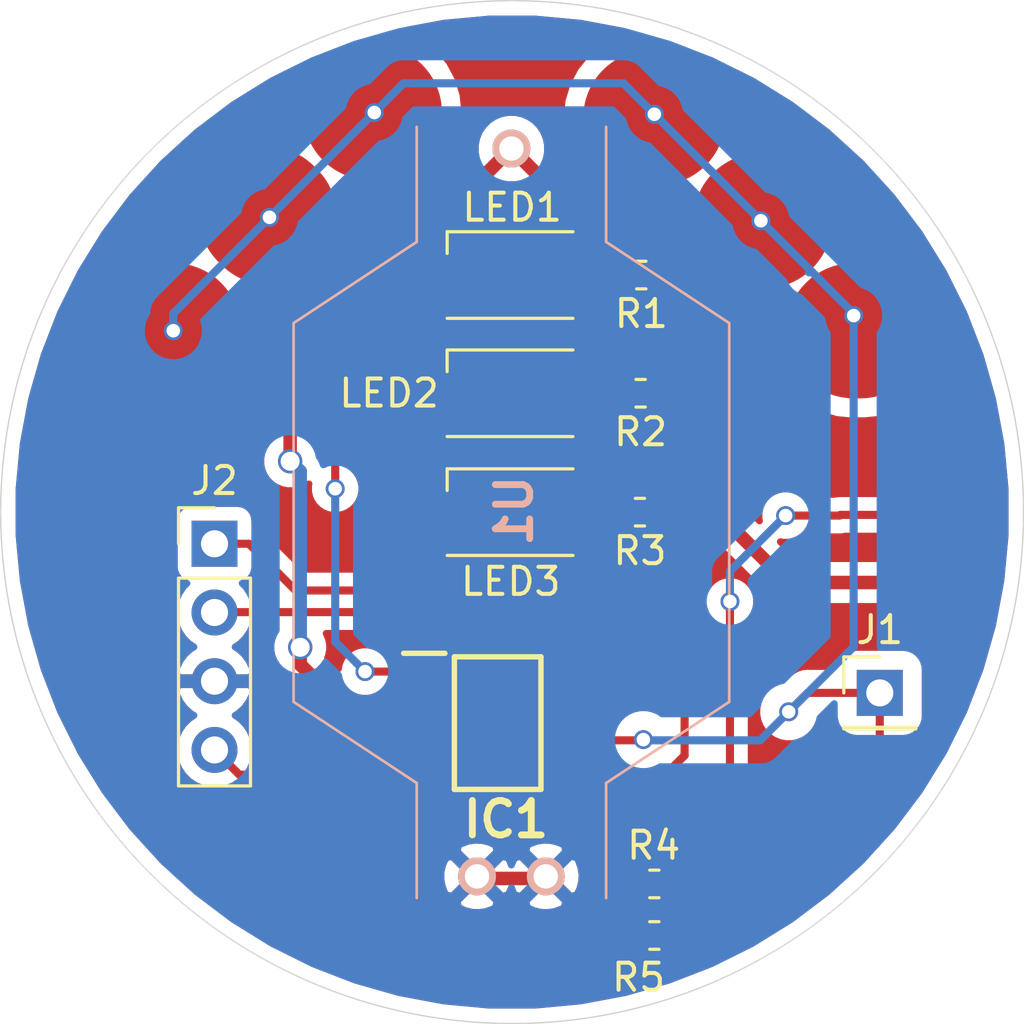
<source format=kicad_pcb>
(kicad_pcb (version 20171130) (host pcbnew "(5.1.5)-3")

  (general
    (thickness 1.6)
    (drawings 1)
    (tracks 130)
    (zones 0)
    (modules 12)
    (nets 12)
  )

  (page A4)
  (title_block
    (title Ampelschaltung)
  )

  (layers
    (0 F.Cu signal)
    (31 B.Cu signal)
    (32 B.Adhes user)
    (33 F.Adhes user)
    (34 B.Paste user)
    (35 F.Paste user)
    (36 B.SilkS user)
    (37 F.SilkS user)
    (38 B.Mask user)
    (39 F.Mask user)
    (40 Dwgs.User user)
    (41 Cmts.User user)
    (42 Eco1.User user)
    (43 Eco2.User user)
    (44 Edge.Cuts user)
    (45 Margin user)
    (46 B.CrtYd user)
    (47 F.CrtYd user)
    (48 B.Fab user)
    (49 F.Fab user)
  )

  (setup
    (last_trace_width 0.3)
    (trace_clearance 0.3)
    (zone_clearance 0.508)
    (zone_45_only no)
    (trace_min 0.25)
    (via_size 0.7)
    (via_drill 0.5)
    (via_min_size 0.4)
    (via_min_drill 0.3)
    (uvia_size 0.3)
    (uvia_drill 0.1)
    (uvias_allowed no)
    (uvia_min_size 0.2)
    (uvia_min_drill 0.1)
    (edge_width 0.05)
    (segment_width 0.2)
    (pcb_text_width 0.3)
    (pcb_text_size 1.5 1.5)
    (mod_edge_width 0.12)
    (mod_text_size 1 1)
    (mod_text_width 0.15)
    (pad_size 1.524 1.524)
    (pad_drill 0.762)
    (pad_to_mask_clearance 0.051)
    (solder_mask_min_width 0.25)
    (aux_axis_origin 0 0)
    (grid_origin 156.845 111.379)
    (visible_elements 7FFDFF7F)
    (pcbplotparams
      (layerselection 0x010fc_ffffffff)
      (usegerberextensions false)
      (usegerberattributes false)
      (usegerberadvancedattributes false)
      (creategerberjobfile false)
      (excludeedgelayer true)
      (linewidth 0.100000)
      (plotframeref false)
      (viasonmask false)
      (mode 1)
      (useauxorigin false)
      (hpglpennumber 1)
      (hpglpenspeed 20)
      (hpglpendiameter 15.000000)
      (psnegative false)
      (psa4output false)
      (plotreference true)
      (plotvalue true)
      (plotinvisibletext false)
      (padsonsilk false)
      (subtractmaskfromsilk false)
      (outputformat 1)
      (mirror false)
      (drillshape 1)
      (scaleselection 1)
      (outputdirectory ""))
  )

  (net 0 "")
  (net 1 PB7-LEDs)
  (net 2 +3V3)
  (net 3 GND)
  (net 4 Conn-RST)
  (net 5 PA8-LEDs)
  (net 6 Conn-SWDIO)
  (net 7 Conn-SWCLK)
  (net 8 PA12ReceivePin-kS)
  (net 9 "Net-(LED1-Pad2)")
  (net 10 "Net-(LED2-Pad2)")
  (net 11 "Net-(LED3-Pad2)")

  (net_class Default "Dies ist die voreingestellte Netzklasse."
    (clearance 0.3)
    (trace_width 0.3)
    (via_dia 0.7)
    (via_drill 0.5)
    (uvia_dia 0.3)
    (uvia_drill 0.1)
    (diff_pair_width 0.25)
    (diff_pair_gap 0.25)
    (add_net Conn-RST)
    (add_net Conn-SWCLK)
    (add_net Conn-SWDIO)
    (add_net "Net-(LED1-Pad2)")
    (add_net "Net-(LED2-Pad2)")
    (add_net "Net-(LED3-Pad2)")
    (add_net PA8-LEDs)
    (add_net PB7-LEDs)
  )

  (net_class Power ""
    (clearance 0.5)
    (trace_width 0.5)
    (via_dia 0.9)
    (via_drill 0.7)
    (uvia_dia 0.4)
    (uvia_drill 0.2)
    (diff_pair_width 0.35)
    (diff_pair_gap 0.35)
    (add_net +3V3)
    (add_net GND)
  )

  (net_class X ""
    (clearance 0.7)
    (trace_width 0.3)
    (via_dia 0.7)
    (via_drill 0.5)
    (uvia_dia 0.3)
    (uvia_drill 0.1)
    (diff_pair_width 0.25)
    (diff_pair_gap 0.25)
    (add_net PA12ReceivePin-kS)
  )

  (module HU2032-LF:HU2032LF (layer B.Cu) (tedit 5EF3A910) (tstamp 5F0F1D51)
    (at 145.4658 129.7686 90)
    (descr HU2032-LF-3)
    (tags "Undefined or Miscellaneous")
    (path /5EF3D88A)
    (fp_text reference U1 (at 13.5128 -1.1684 90) (layer B.SilkS)
      (effects (font (size 1.27 1.27) (thickness 0.254)) (justify mirror))
    )
    (fp_text value HU2032-LF (at 13.45 -1.27 90) (layer B.SilkS) hide
      (effects (font (size 1.27 1.27) (thickness 0.254)) (justify mirror))
    )
    (fp_line (start 23.45 -4.77) (end 27.7 -4.77) (layer B.SilkS) (width 0.1))
    (fp_line (start 20.45 -9.32) (end 23.45 -4.77) (layer B.SilkS) (width 0.1))
    (fp_line (start 6.45 -9.32) (end 20.45 -9.32) (layer B.SilkS) (width 0.1))
    (fp_line (start 3.45 -4.77) (end 6.45 -9.32) (layer B.SilkS) (width 0.1))
    (fp_line (start -0.8 -4.77) (end 3.45 -4.77) (layer B.SilkS) (width 0.1))
    (fp_line (start 23.45 2.23) (end 27.7 2.23) (layer B.SilkS) (width 0.1))
    (fp_line (start 20.45 6.78) (end 23.45 2.23) (layer B.SilkS) (width 0.1))
    (fp_line (start 6.45 6.78) (end 20.45 6.78) (layer B.SilkS) (width 0.1))
    (fp_line (start 3.45 2.23) (end 6.45 6.78) (layer B.SilkS) (width 0.1))
    (fp_line (start -0.8 2.23) (end 3.45 2.23) (layer B.SilkS) (width 0.1))
    (fp_line (start 27.7 2.23) (end 23.45 2.23) (layer Dwgs.User) (width 0.2))
    (fp_line (start 27.7 -4.77) (end 23.45 -4.77) (layer Dwgs.User) (width 0.2))
    (fp_line (start -0.8 -4.77) (end 3.45 -4.77) (layer Dwgs.User) (width 0.2))
    (fp_line (start 3.45 2.23) (end -0.8 2.23) (layer Dwgs.User) (width 0.2))
    (fp_line (start 20.45 6.78) (end 23.45 2.23) (layer Dwgs.User) (width 0.2))
    (fp_line (start 20.45 -9.32) (end 23.45 -4.77) (layer Dwgs.User) (width 0.2))
    (fp_line (start 6.45 -9.32) (end 3.45 -4.77) (layer Dwgs.User) (width 0.2))
    (fp_line (start 6.45 6.78) (end 3.45 2.23) (layer Dwgs.User) (width 0.2))
    (fp_line (start 6.45 -9.32) (end 20.45 -9.32) (layer Dwgs.User) (width 0.2))
    (fp_line (start 6.45 6.78) (end 20.45 6.78) (layer Dwgs.User) (width 0.2))
    (fp_line (start 27.7 2.23) (end 27.7 -4.77) (layer Dwgs.User) (width 0.2))
    (fp_line (start -0.8 2.23) (end -0.8 -4.77) (layer Dwgs.User) (width 0.2))
    (fp_line (start 23.45 -1.27) (end 23.45 -1.27) (layer Dwgs.User) (width 0.2))
    (fp_line (start 3.45 -1.27) (end 3.45 -1.27) (layer Dwgs.User) (width 0.2))
    (fp_line (start -1.8 -12.27) (end -1.8 9.73) (layer Dwgs.User) (width 0.1))
    (fp_line (start 28.7 -12.27) (end -1.8 -12.27) (layer Dwgs.User) (width 0.1))
    (fp_line (start 28.7 9.73) (end 28.7 -12.27) (layer Dwgs.User) (width 0.1))
    (fp_line (start -1.8 9.73) (end 28.7 9.73) (layer Dwgs.User) (width 0.1))
    (fp_arc (start 13.45 -1.27) (end 3.45 -1.27) (angle 180) (layer Dwgs.User) (width 0.2))
    (fp_arc (start 13.45 -1.27) (end 23.45 -1.27) (angle 180) (layer Dwgs.User) (width 0.2))
    (pad 1 thru_hole circle (at 0 0) (size 1.4 1.4) (drill 0.9) (layers *.Cu *.Mask B.SilkS)
      (net 3 GND))
    (pad 2 thru_hole circle (at 0 -2.54) (size 1.4 1.4) (drill 0.9) (layers *.Cu *.Mask B.SilkS)
      (net 3 GND))
    (pad 3 thru_hole circle (at 26.9 -1.27) (size 1.4 1.4) (drill 0.9) (layers *.Cu *.Mask B.SilkS)
      (net 2 +3V3))
  )

  (module STM32G031J6M6:SOIC127P600X175-8N (layer F.Cu) (tedit 5EE3803F) (tstamp 5EF460FB)
    (at 143.6878 124.1044)
    (descr SO8N-A)
    (tags "Integrated Circuit")
    (path /5EE382F6)
    (attr smd)
    (fp_text reference IC1 (at 0.3048 3.556) (layer F.SilkS)
      (effects (font (size 1.27 1.27) (thickness 0.254)))
    )
    (fp_text value STM32G031J6M6 (at 0 0) (layer F.SilkS) hide
      (effects (font (size 1.27 1.27) (thickness 0.254)))
    )
    (fp_line (start -3.725 -2.75) (end 3.725 -2.75) (layer Dwgs.User) (width 0.05))
    (fp_line (start 3.725 -2.75) (end 3.725 2.75) (layer Dwgs.User) (width 0.05))
    (fp_line (start 3.725 2.75) (end -3.725 2.75) (layer Dwgs.User) (width 0.05))
    (fp_line (start -3.725 2.75) (end -3.725 -2.75) (layer Dwgs.User) (width 0.05))
    (fp_line (start -1.95 -2.45) (end 1.95 -2.45) (layer Dwgs.User) (width 0.1))
    (fp_line (start 1.95 -2.45) (end 1.95 2.45) (layer Dwgs.User) (width 0.1))
    (fp_line (start 1.95 2.45) (end -1.95 2.45) (layer Dwgs.User) (width 0.1))
    (fp_line (start -1.95 2.45) (end -1.95 -2.45) (layer Dwgs.User) (width 0.1))
    (fp_line (start -1.95 -1.18) (end -0.68 -2.45) (layer Dwgs.User) (width 0.1))
    (fp_line (start -1.6 -2.45) (end 1.6 -2.45) (layer F.SilkS) (width 0.2))
    (fp_line (start 1.6 -2.45) (end 1.6 2.45) (layer F.SilkS) (width 0.2))
    (fp_line (start 1.6 2.45) (end -1.6 2.45) (layer F.SilkS) (width 0.2))
    (fp_line (start -1.6 2.45) (end -1.6 -2.45) (layer F.SilkS) (width 0.2))
    (fp_line (start -3.475 -2.58) (end -1.95 -2.58) (layer F.SilkS) (width 0.2))
    (pad 8 smd rect (at 2.712 -1.905 90) (size 0.65 1.525) (layers F.Cu F.Paste F.Mask)
      (net 7 Conn-SWCLK))
    (pad 7 smd rect (at 2.712 -0.635 90) (size 0.65 1.525) (layers F.Cu F.Paste F.Mask)
      (net 6 Conn-SWDIO))
    (pad 6 smd rect (at 2.712 0.635 90) (size 0.65 1.525) (layers F.Cu F.Paste F.Mask)
      (net 8 PA12ReceivePin-kS))
    (pad 5 smd rect (at 2.712 1.905 90) (size 0.65 1.525) (layers F.Cu F.Paste F.Mask)
      (net 5 PA8-LEDs))
    (pad 4 smd rect (at -2.712 1.905 90) (size 0.65 1.525) (layers F.Cu F.Paste F.Mask)
      (net 4 Conn-RST))
    (pad 3 smd rect (at -2.712 0.635 90) (size 0.65 1.525) (layers F.Cu F.Paste F.Mask)
      (net 3 GND))
    (pad 2 smd rect (at -2.712 -0.635 90) (size 0.65 1.525) (layers F.Cu F.Paste F.Mask)
      (net 2 +3V3))
    (pad 1 smd rect (at -2.712 -1.905 90) (size 0.65 1.525) (layers F.Cu F.Paste F.Mask)
      (net 1 PB7-LEDs))
  )

  (module Connector_PinHeader_2.54mm:PinHeader_1x01_P2.54mm_Vertical (layer F.Cu) (tedit 59FED5CC) (tstamp 5EFC72AB)
    (at 157.8102 122.9868)
    (descr "Through hole straight pin header, 1x01, 2.54mm pitch, single row")
    (tags "Through hole pin header THT 1x01 2.54mm single row")
    (path /5EF35B4C)
    (fp_text reference J1 (at 0 -2.33) (layer F.SilkS)
      (effects (font (size 1 1) (thickness 0.15)))
    )
    (fp_text value Conn_01x01 (at 0 2.33) (layer F.Fab)
      (effects (font (size 1 1) (thickness 0.15)))
    )
    (fp_line (start 1.8 -1.8) (end -1.8 -1.8) (layer F.CrtYd) (width 0.05))
    (fp_line (start 1.8 1.8) (end 1.8 -1.8) (layer F.CrtYd) (width 0.05))
    (fp_line (start -1.8 1.8) (end 1.8 1.8) (layer F.CrtYd) (width 0.05))
    (fp_line (start -1.8 -1.8) (end -1.8 1.8) (layer F.CrtYd) (width 0.05))
    (fp_line (start -1.33 -1.33) (end 0 -1.33) (layer F.SilkS) (width 0.12))
    (fp_line (start -1.33 0) (end -1.33 -1.33) (layer F.SilkS) (width 0.12))
    (fp_line (start -1.33 1.27) (end 1.33 1.27) (layer F.SilkS) (width 0.12))
    (fp_line (start 1.33 1.27) (end 1.33 1.33) (layer F.SilkS) (width 0.12))
    (fp_line (start -1.33 1.27) (end -1.33 1.33) (layer F.SilkS) (width 0.12))
    (fp_line (start -1.33 1.33) (end 1.33 1.33) (layer F.SilkS) (width 0.12))
    (fp_line (start -1.27 -0.635) (end -0.635 -1.27) (layer F.Fab) (width 0.1))
    (fp_line (start -1.27 1.27) (end -1.27 -0.635) (layer F.Fab) (width 0.1))
    (fp_line (start 1.27 1.27) (end -1.27 1.27) (layer F.Fab) (width 0.1))
    (fp_line (start 1.27 -1.27) (end 1.27 1.27) (layer F.Fab) (width 0.1))
    (fp_line (start -0.635 -1.27) (end 1.27 -1.27) (layer F.Fab) (width 0.1))
    (fp_text user %R (at 0 0 90) (layer F.Fab)
      (effects (font (size 1 1) (thickness 0.15)))
    )
    (pad 1 thru_hole rect (at 0 0) (size 1.7 1.7) (drill 1) (layers *.Cu *.Mask)
      (net 8 PA12ReceivePin-kS))
    (model ${KISYS3DMOD}/Connector_PinHeader_2.54mm.3dshapes/PinHeader_1x01_P2.54mm_Vertical.wrl
      (at (xyz 0 0 0))
      (scale (xyz 1 1 1))
      (rotate (xyz 0 0 0))
    )
  )

  (module LED_SMD:LED_PLCC-2 (layer F.Cu) (tedit 59959404) (tstamp 5F05E19E)
    (at 144.2212 107.5436)
    (descr "LED PLCC-2 SMD package")
    (tags "LED PLCC-2 SMD")
    (path /5EE8A614)
    (attr smd)
    (fp_text reference LED1 (at 0 -2.5) (layer F.SilkS)
      (effects (font (size 1 1) (thickness 0.15)))
    )
    (fp_text value red (at 0 2.5) (layer F.Fab)
      (effects (font (size 1 1) (thickness 0.15)))
    )
    (fp_line (start -2.4 -1.6) (end -2.4 -0.8) (layer F.SilkS) (width 0.12))
    (fp_line (start 2.25 -1.6) (end -2.4 -1.6) (layer F.SilkS) (width 0.12))
    (fp_line (start 2.25 1.6) (end -2.4 1.6) (layer F.SilkS) (width 0.12))
    (fp_line (start -2.65 1.85) (end -2.65 -1.85) (layer F.CrtYd) (width 0.05))
    (fp_line (start 2.5 1.85) (end -2.65 1.85) (layer F.CrtYd) (width 0.05))
    (fp_line (start 2.5 -1.85) (end 2.5 1.85) (layer F.CrtYd) (width 0.05))
    (fp_line (start -2.65 -1.85) (end 2.5 -1.85) (layer F.CrtYd) (width 0.05))
    (fp_line (start -1.7 1.5) (end 1.7 1.5) (layer F.Fab) (width 0.1))
    (fp_line (start -1.7 -1.5) (end -1.7 1.5) (layer F.Fab) (width 0.1))
    (fp_line (start 1.7 -1.5) (end -1.7 -1.5) (layer F.Fab) (width 0.1))
    (fp_line (start 1.7 1.5) (end 1.7 -1.5) (layer F.Fab) (width 0.1))
    (fp_line (start -1.7 -0.6) (end -0.8 -1.5) (layer F.Fab) (width 0.1))
    (fp_circle (center 0 0) (end 0 -1.25) (layer F.Fab) (width 0.1))
    (fp_text user %R (at 0 0) (layer F.Fab)
      (effects (font (size 0.4 0.4) (thickness 0.1)))
    )
    (pad 1 smd rect (at -1.5 0) (size 1.5 2.6) (layers F.Cu F.Paste F.Mask)
      (net 1 PB7-LEDs))
    (pad 2 smd rect (at 1.5 0) (size 1.5 2.6) (layers F.Cu F.Paste F.Mask)
      (net 9 "Net-(LED1-Pad2)"))
    (model ${KISYS3DMOD}/LED_SMD.3dshapes/LED_PLCC-2.wrl
      (at (xyz 0 0 0))
      (scale (xyz 1 1 1))
      (rotate (xyz 0 0 0))
    )
  )

  (module LED_SMD:LED_PLCC-2 (layer F.Cu) (tedit 59959404) (tstamp 5F05E1B1)
    (at 144.2198 111.9124)
    (descr "LED PLCC-2 SMD package")
    (tags "LED PLCC-2 SMD")
    (path /5EE899FD)
    (attr smd)
    (fp_text reference LED2 (at -4.5452 0) (layer F.SilkS)
      (effects (font (size 1 1) (thickness 0.15)))
    )
    (fp_text value yellow (at 0 2.5) (layer F.Fab)
      (effects (font (size 1 1) (thickness 0.15)))
    )
    (fp_line (start -2.4 -1.6) (end -2.4 -0.8) (layer F.SilkS) (width 0.12))
    (fp_line (start 2.25 -1.6) (end -2.4 -1.6) (layer F.SilkS) (width 0.12))
    (fp_line (start 2.25 1.6) (end -2.4 1.6) (layer F.SilkS) (width 0.12))
    (fp_line (start -2.65 1.85) (end -2.65 -1.85) (layer F.CrtYd) (width 0.05))
    (fp_line (start 2.5 1.85) (end -2.65 1.85) (layer F.CrtYd) (width 0.05))
    (fp_line (start 2.5 -1.85) (end 2.5 1.85) (layer F.CrtYd) (width 0.05))
    (fp_line (start -2.65 -1.85) (end 2.5 -1.85) (layer F.CrtYd) (width 0.05))
    (fp_line (start -1.7 1.5) (end 1.7 1.5) (layer F.Fab) (width 0.1))
    (fp_line (start -1.7 -1.5) (end -1.7 1.5) (layer F.Fab) (width 0.1))
    (fp_line (start 1.7 -1.5) (end -1.7 -1.5) (layer F.Fab) (width 0.1))
    (fp_line (start 1.7 1.5) (end 1.7 -1.5) (layer F.Fab) (width 0.1))
    (fp_line (start -1.7 -0.6) (end -0.8 -1.5) (layer F.Fab) (width 0.1))
    (fp_circle (center 0 0) (end 0 -1.25) (layer F.Fab) (width 0.1))
    (fp_text user %R (at 0 0) (layer F.Fab)
      (effects (font (size 0.4 0.4) (thickness 0.1)))
    )
    (pad 1 smd rect (at -1.5 0) (size 1.5 2.6) (layers F.Cu F.Paste F.Mask)
      (net 5 PA8-LEDs))
    (pad 2 smd rect (at 1.5 0) (size 1.5 2.6) (layers F.Cu F.Paste F.Mask)
      (net 10 "Net-(LED2-Pad2)"))
    (model ${KISYS3DMOD}/LED_SMD.3dshapes/LED_PLCC-2.wrl
      (at (xyz 0 0 0))
      (scale (xyz 1 1 1))
      (rotate (xyz 0 0 0))
    )
  )

  (module LED_SMD:LED_PLCC-2 (layer F.Cu) (tedit 59959404) (tstamp 5F05E1C4)
    (at 144.2212 116.3066)
    (descr "LED PLCC-2 SMD package")
    (tags "LED PLCC-2 SMD")
    (path /5EE89DD8)
    (attr smd)
    (fp_text reference LED3 (at -0.0508 2.5654) (layer F.SilkS)
      (effects (font (size 1 1) (thickness 0.15)))
    )
    (fp_text value green (at 0 2.5) (layer F.Fab)
      (effects (font (size 1 1) (thickness 0.15)))
    )
    (fp_circle (center 0 0) (end 0 -1.25) (layer F.Fab) (width 0.1))
    (fp_line (start -1.7 -0.6) (end -0.8 -1.5) (layer F.Fab) (width 0.1))
    (fp_line (start 1.7 1.5) (end 1.7 -1.5) (layer F.Fab) (width 0.1))
    (fp_line (start 1.7 -1.5) (end -1.7 -1.5) (layer F.Fab) (width 0.1))
    (fp_line (start -1.7 -1.5) (end -1.7 1.5) (layer F.Fab) (width 0.1))
    (fp_line (start -1.7 1.5) (end 1.7 1.5) (layer F.Fab) (width 0.1))
    (fp_line (start -2.65 -1.85) (end 2.5 -1.85) (layer F.CrtYd) (width 0.05))
    (fp_line (start 2.5 -1.85) (end 2.5 1.85) (layer F.CrtYd) (width 0.05))
    (fp_line (start 2.5 1.85) (end -2.65 1.85) (layer F.CrtYd) (width 0.05))
    (fp_line (start -2.65 1.85) (end -2.65 -1.85) (layer F.CrtYd) (width 0.05))
    (fp_line (start 2.25 1.6) (end -2.4 1.6) (layer F.SilkS) (width 0.12))
    (fp_line (start 2.25 -1.6) (end -2.4 -1.6) (layer F.SilkS) (width 0.12))
    (fp_line (start -2.4 -1.6) (end -2.4 -0.8) (layer F.SilkS) (width 0.12))
    (fp_text user %R (at 8.382 0.127) (layer F.Fab)
      (effects (font (size 0.4 0.4) (thickness 0.1)))
    )
    (pad 2 smd rect (at 1.5 0) (size 1.5 2.6) (layers F.Cu F.Paste F.Mask)
      (net 11 "Net-(LED3-Pad2)"))
    (pad 1 smd rect (at -1.5 0) (size 1.5 2.6) (layers F.Cu F.Paste F.Mask)
      (net 3 GND))
    (model ${KISYS3DMOD}/LED_SMD.3dshapes/LED_PLCC-2.wrl
      (at (xyz 0 0 0))
      (scale (xyz 1 1 1))
      (rotate (xyz 0 0 0))
    )
  )

  (module Resistor_SMD:R_0603_1608Metric_Pad1.05x0.95mm_HandSolder (layer F.Cu) (tedit 5B301BBD) (tstamp 5F05E1D7)
    (at 148.9964 107.5436 180)
    (descr "Resistor SMD 0603 (1608 Metric), square (rectangular) end terminal, IPC_7351 nominal with elongated pad for handsoldering. (Body size source: http://www.tortai-tech.com/upload/download/2011102023233369053.pdf), generated with kicad-footprint-generator")
    (tags "resistor handsolder")
    (path /5EE8AD00)
    (attr smd)
    (fp_text reference R1 (at 0 -1.43) (layer F.SilkS)
      (effects (font (size 1 1) (thickness 0.15)))
    )
    (fp_text value "56 Ohm" (at 0 1.43) (layer F.Fab)
      (effects (font (size 1 1) (thickness 0.15)))
    )
    (fp_line (start 1.65 0.73) (end -1.65 0.73) (layer F.CrtYd) (width 0.05))
    (fp_line (start 1.65 -0.73) (end 1.65 0.73) (layer F.CrtYd) (width 0.05))
    (fp_line (start -1.65 -0.73) (end 1.65 -0.73) (layer F.CrtYd) (width 0.05))
    (fp_line (start -1.65 0.73) (end -1.65 -0.73) (layer F.CrtYd) (width 0.05))
    (fp_line (start -0.171267 0.51) (end 0.171267 0.51) (layer F.SilkS) (width 0.12))
    (fp_line (start -0.171267 -0.51) (end 0.171267 -0.51) (layer F.SilkS) (width 0.12))
    (fp_line (start 0.8 0.4) (end -0.8 0.4) (layer F.Fab) (width 0.1))
    (fp_line (start 0.8 -0.4) (end 0.8 0.4) (layer F.Fab) (width 0.1))
    (fp_line (start -0.8 -0.4) (end 0.8 -0.4) (layer F.Fab) (width 0.1))
    (fp_line (start -0.8 0.4) (end -0.8 -0.4) (layer F.Fab) (width 0.1))
    (fp_text user %R (at 0 0) (layer F.Fab)
      (effects (font (size 0.4 0.4) (thickness 0.06)))
    )
    (pad 1 smd roundrect (at -0.875 0 180) (size 1.05 0.95) (layers F.Cu F.Paste F.Mask) (roundrect_rratio 0.25)
      (net 2 +3V3))
    (pad 2 smd roundrect (at 0.875 0 180) (size 1.05 0.95) (layers F.Cu F.Paste F.Mask) (roundrect_rratio 0.25)
      (net 9 "Net-(LED1-Pad2)"))
    (model ${KISYS3DMOD}/Resistor_SMD.3dshapes/R_0603_1608Metric.wrl
      (at (xyz 0 0 0))
      (scale (xyz 1 1 1))
      (rotate (xyz 0 0 0))
    )
  )

  (module Resistor_SMD:R_0603_1608Metric_Pad1.05x0.95mm_HandSolder (layer F.Cu) (tedit 5B301BBD) (tstamp 5F05E1E7)
    (at 148.971 111.9124 180)
    (descr "Resistor SMD 0603 (1608 Metric), square (rectangular) end terminal, IPC_7351 nominal with elongated pad for handsoldering. (Body size source: http://www.tortai-tech.com/upload/download/2011102023233369053.pdf), generated with kicad-footprint-generator")
    (tags "resistor handsolder")
    (path /5EE3B4D7)
    (attr smd)
    (fp_text reference R2 (at 0 -1.43) (layer F.SilkS)
      (effects (font (size 1 1) (thickness 0.15)))
    )
    (fp_text value "56 Ohm" (at 0 1.43) (layer F.Fab)
      (effects (font (size 1 1) (thickness 0.15)))
    )
    (fp_line (start -0.8 0.4) (end -0.8 -0.4) (layer F.Fab) (width 0.1))
    (fp_line (start -0.8 -0.4) (end 0.8 -0.4) (layer F.Fab) (width 0.1))
    (fp_line (start 0.8 -0.4) (end 0.8 0.4) (layer F.Fab) (width 0.1))
    (fp_line (start 0.8 0.4) (end -0.8 0.4) (layer F.Fab) (width 0.1))
    (fp_line (start -0.171267 -0.51) (end 0.171267 -0.51) (layer F.SilkS) (width 0.12))
    (fp_line (start -0.171267 0.51) (end 0.171267 0.51) (layer F.SilkS) (width 0.12))
    (fp_line (start -1.65 0.73) (end -1.65 -0.73) (layer F.CrtYd) (width 0.05))
    (fp_line (start -1.65 -0.73) (end 1.65 -0.73) (layer F.CrtYd) (width 0.05))
    (fp_line (start 1.65 -0.73) (end 1.65 0.73) (layer F.CrtYd) (width 0.05))
    (fp_line (start 1.65 0.73) (end -1.65 0.73) (layer F.CrtYd) (width 0.05))
    (fp_text user %R (at 0 0) (layer F.Fab)
      (effects (font (size 0.4 0.4) (thickness 0.06)))
    )
    (pad 2 smd roundrect (at 0.875 0 180) (size 1.05 0.95) (layers F.Cu F.Paste F.Mask) (roundrect_rratio 0.25)
      (net 10 "Net-(LED2-Pad2)"))
    (pad 1 smd roundrect (at -0.875 0 180) (size 1.05 0.95) (layers F.Cu F.Paste F.Mask) (roundrect_rratio 0.25)
      (net 2 +3V3))
    (model ${KISYS3DMOD}/Resistor_SMD.3dshapes/R_0603_1608Metric.wrl
      (at (xyz 0 0 0))
      (scale (xyz 1 1 1))
      (rotate (xyz 0 0 0))
    )
  )

  (module Resistor_SMD:R_0603_1608Metric_Pad1.05x0.95mm_HandSolder (layer F.Cu) (tedit 5B301BBD) (tstamp 5F05E1F7)
    (at 148.9456 116.3066 180)
    (descr "Resistor SMD 0603 (1608 Metric), square (rectangular) end terminal, IPC_7351 nominal with elongated pad for handsoldering. (Body size source: http://www.tortai-tech.com/upload/download/2011102023233369053.pdf), generated with kicad-footprint-generator")
    (tags "resistor handsolder")
    (path /5EE3AF75)
    (attr smd)
    (fp_text reference R3 (at 0 -1.43) (layer F.SilkS)
      (effects (font (size 1 1) (thickness 0.15)))
    )
    (fp_text value "68 Ohm" (at 0 1.43) (layer F.Fab)
      (effects (font (size 1 1) (thickness 0.15)))
    )
    (fp_line (start 1.65 0.73) (end -1.65 0.73) (layer F.CrtYd) (width 0.05))
    (fp_line (start 1.65 -0.73) (end 1.65 0.73) (layer F.CrtYd) (width 0.05))
    (fp_line (start -1.65 -0.73) (end 1.65 -0.73) (layer F.CrtYd) (width 0.05))
    (fp_line (start -1.65 0.73) (end -1.65 -0.73) (layer F.CrtYd) (width 0.05))
    (fp_line (start -0.171267 0.51) (end 0.171267 0.51) (layer F.SilkS) (width 0.12))
    (fp_line (start -0.171267 -0.51) (end 0.171267 -0.51) (layer F.SilkS) (width 0.12))
    (fp_line (start 0.8 0.4) (end -0.8 0.4) (layer F.Fab) (width 0.1))
    (fp_line (start 0.8 -0.4) (end 0.8 0.4) (layer F.Fab) (width 0.1))
    (fp_line (start -0.8 -0.4) (end 0.8 -0.4) (layer F.Fab) (width 0.1))
    (fp_line (start -0.8 0.4) (end -0.8 -0.4) (layer F.Fab) (width 0.1))
    (fp_text user %R (at 0 0) (layer F.Fab)
      (effects (font (size 0.4 0.4) (thickness 0.06)))
    )
    (pad 1 smd roundrect (at -0.875 0 180) (size 1.05 0.95) (layers F.Cu F.Paste F.Mask) (roundrect_rratio 0.25)
      (net 5 PA8-LEDs))
    (pad 2 smd roundrect (at 0.875 0 180) (size 1.05 0.95) (layers F.Cu F.Paste F.Mask) (roundrect_rratio 0.25)
      (net 11 "Net-(LED3-Pad2)"))
    (model ${KISYS3DMOD}/Resistor_SMD.3dshapes/R_0603_1608Metric.wrl
      (at (xyz 0 0 0))
      (scale (xyz 1 1 1))
      (rotate (xyz 0 0 0))
    )
  )

  (module Resistor_SMD:R_0603_1608Metric_Pad1.05x0.95mm_HandSolder (layer F.Cu) (tedit 5B301BBD) (tstamp 5F05E207)
    (at 149.479 130.048)
    (descr "Resistor SMD 0603 (1608 Metric), square (rectangular) end terminal, IPC_7351 nominal with elongated pad for handsoldering. (Body size source: http://www.tortai-tech.com/upload/download/2011102023233369053.pdf), generated with kicad-footprint-generator")
    (tags "resistor handsolder")
    (path /5EEFE0D3)
    (attr smd)
    (fp_text reference R4 (at -0.0254 -1.4224) (layer F.SilkS)
      (effects (font (size 1 1) (thickness 0.15)))
    )
    (fp_text value "1 MOhm" (at 0 1.43) (layer F.Fab)
      (effects (font (size 1 1) (thickness 0.15)))
    )
    (fp_line (start -0.8 0.4) (end -0.8 -0.4) (layer F.Fab) (width 0.1))
    (fp_line (start -0.8 -0.4) (end 0.8 -0.4) (layer F.Fab) (width 0.1))
    (fp_line (start 0.8 -0.4) (end 0.8 0.4) (layer F.Fab) (width 0.1))
    (fp_line (start 0.8 0.4) (end -0.8 0.4) (layer F.Fab) (width 0.1))
    (fp_line (start -0.171267 -0.51) (end 0.171267 -0.51) (layer F.SilkS) (width 0.12))
    (fp_line (start -0.171267 0.51) (end 0.171267 0.51) (layer F.SilkS) (width 0.12))
    (fp_line (start -1.65 0.73) (end -1.65 -0.73) (layer F.CrtYd) (width 0.05))
    (fp_line (start -1.65 -0.73) (end 1.65 -0.73) (layer F.CrtYd) (width 0.05))
    (fp_line (start 1.65 -0.73) (end 1.65 0.73) (layer F.CrtYd) (width 0.05))
    (fp_line (start 1.65 0.73) (end -1.65 0.73) (layer F.CrtYd) (width 0.05))
    (fp_text user %R (at 0 0) (layer F.Fab)
      (effects (font (size 0.4 0.4) (thickness 0.06)))
    )
    (pad 2 smd roundrect (at 0.875 0) (size 1.05 0.95) (layers F.Cu F.Paste F.Mask) (roundrect_rratio 0.25)
      (net 8 PA12ReceivePin-kS))
    (pad 1 smd roundrect (at -0.875 0) (size 1.05 0.95) (layers F.Cu F.Paste F.Mask) (roundrect_rratio 0.25)
      (net 4 Conn-RST))
    (model ${KISYS3DMOD}/Resistor_SMD.3dshapes/R_0603_1608Metric.wrl
      (at (xyz 0 0 0))
      (scale (xyz 1 1 1))
      (rotate (xyz 0 0 0))
    )
  )

  (module Connector_PinHeader_2.54mm:PinHeader_1x04_P2.54mm_Vertical (layer F.Cu) (tedit 59FED5CC) (tstamp 5F0F0870)
    (at 133.223 117.475)
    (descr "Through hole straight pin header, 1x04, 2.54mm pitch, single row")
    (tags "Through hole pin header THT 1x04 2.54mm single row")
    (path /5F0F49B6)
    (fp_text reference J2 (at 0 -2.33) (layer F.SilkS)
      (effects (font (size 1 1) (thickness 0.15)))
    )
    (fp_text value Conn_01x04_Male (at 0 9.95) (layer F.Fab)
      (effects (font (size 1 1) (thickness 0.15)))
    )
    (fp_line (start 1.8 -1.8) (end -1.8 -1.8) (layer F.CrtYd) (width 0.05))
    (fp_line (start 1.8 9.4) (end 1.8 -1.8) (layer F.CrtYd) (width 0.05))
    (fp_line (start -1.8 9.4) (end 1.8 9.4) (layer F.CrtYd) (width 0.05))
    (fp_line (start -1.8 -1.8) (end -1.8 9.4) (layer F.CrtYd) (width 0.05))
    (fp_line (start -1.33 -1.33) (end 0 -1.33) (layer F.SilkS) (width 0.12))
    (fp_line (start -1.33 0) (end -1.33 -1.33) (layer F.SilkS) (width 0.12))
    (fp_line (start -1.33 1.27) (end 1.33 1.27) (layer F.SilkS) (width 0.12))
    (fp_line (start 1.33 1.27) (end 1.33 8.95) (layer F.SilkS) (width 0.12))
    (fp_line (start -1.33 1.27) (end -1.33 8.95) (layer F.SilkS) (width 0.12))
    (fp_line (start -1.33 8.95) (end 1.33 8.95) (layer F.SilkS) (width 0.12))
    (fp_line (start -1.27 -0.635) (end -0.635 -1.27) (layer F.Fab) (width 0.1))
    (fp_line (start -1.27 8.89) (end -1.27 -0.635) (layer F.Fab) (width 0.1))
    (fp_line (start 1.27 8.89) (end -1.27 8.89) (layer F.Fab) (width 0.1))
    (fp_line (start 1.27 -1.27) (end 1.27 8.89) (layer F.Fab) (width 0.1))
    (fp_line (start -0.635 -1.27) (end 1.27 -1.27) (layer F.Fab) (width 0.1))
    (fp_text user %R (at 0 3.81 90) (layer F.Fab)
      (effects (font (size 1 1) (thickness 0.15)))
    )
    (pad 1 thru_hole rect (at 0 0) (size 1.7 1.7) (drill 1) (layers *.Cu *.Mask)
      (net 6 Conn-SWDIO))
    (pad 2 thru_hole oval (at 0 2.54) (size 1.7 1.7) (drill 1) (layers *.Cu *.Mask)
      (net 7 Conn-SWCLK))
    (pad 3 thru_hole oval (at 0 5.08) (size 1.7 1.7) (drill 1) (layers *.Cu *.Mask)
      (net 3 GND))
    (pad 4 thru_hole oval (at 0 7.62) (size 1.7 1.7) (drill 1) (layers *.Cu *.Mask)
      (net 4 Conn-RST))
    (model ${KISYS3DMOD}/Connector_PinHeader_2.54mm.3dshapes/PinHeader_1x04_P2.54mm_Vertical.wrl
      (at (xyz 0 0 0))
      (scale (xyz 1 1 1))
      (rotate (xyz 0 0 0))
    )
  )

  (module Resistor_SMD:R_0603_1608Metric_Pad1.05x0.95mm_HandSolder (layer F.Cu) (tedit 5B301BBD) (tstamp 5F0F341D)
    (at 149.479 131.953)
    (descr "Resistor SMD 0603 (1608 Metric), square (rectangular) end terminal, IPC_7351 nominal with elongated pad for handsoldering. (Body size source: http://www.tortai-tech.com/upload/download/2011102023233369053.pdf), generated with kicad-footprint-generator")
    (tags "resistor handsolder")
    (path /5F0F05DB)
    (attr smd)
    (fp_text reference R5 (at -0.5842 1.5494) (layer F.SilkS)
      (effects (font (size 1 1) (thickness 0.15)))
    )
    (fp_text value "4.7 MOhm" (at 0 1.43) (layer F.Fab)
      (effects (font (size 1 1) (thickness 0.15)))
    )
    (fp_line (start 1.65 0.73) (end -1.65 0.73) (layer F.CrtYd) (width 0.05))
    (fp_line (start 1.65 -0.73) (end 1.65 0.73) (layer F.CrtYd) (width 0.05))
    (fp_line (start -1.65 -0.73) (end 1.65 -0.73) (layer F.CrtYd) (width 0.05))
    (fp_line (start -1.65 0.73) (end -1.65 -0.73) (layer F.CrtYd) (width 0.05))
    (fp_line (start -0.171267 0.51) (end 0.171267 0.51) (layer F.SilkS) (width 0.12))
    (fp_line (start -0.171267 -0.51) (end 0.171267 -0.51) (layer F.SilkS) (width 0.12))
    (fp_line (start 0.8 0.4) (end -0.8 0.4) (layer F.Fab) (width 0.1))
    (fp_line (start 0.8 -0.4) (end 0.8 0.4) (layer F.Fab) (width 0.1))
    (fp_line (start -0.8 -0.4) (end 0.8 -0.4) (layer F.Fab) (width 0.1))
    (fp_line (start -0.8 0.4) (end -0.8 -0.4) (layer F.Fab) (width 0.1))
    (fp_text user %R (at 0 0) (layer F.Fab)
      (effects (font (size 0.4 0.4) (thickness 0.06)))
    )
    (pad 1 smd roundrect (at -0.875 0) (size 1.05 0.95) (layers F.Cu F.Paste F.Mask) (roundrect_rratio 0.25)
      (net 4 Conn-RST))
    (pad 2 smd roundrect (at 0.875 0) (size 1.05 0.95) (layers F.Cu F.Paste F.Mask) (roundrect_rratio 0.25)
      (net 8 PA12ReceivePin-kS))
    (model ${KISYS3DMOD}/Resistor_SMD.3dshapes/R_0603_1608Metric.wrl
      (at (xyz 0 0 0))
      (scale (xyz 1 1 1))
      (rotate (xyz 0 0 0))
    )
  )

  (gr_circle (center 144.2212 116.304918) (end 161.417 108.458) (layer Edge.Cuts) (width 0.05))

  (via (at 138.7856 122.1994) (size 0.7) (drill 0.5) (layers F.Cu B.Cu) (net 1))
  (segment (start 137.4902 115.4938) (end 137.4902 115.4938) (width 0.3) (layer B.Cu) (net 1) (tstamp 5F0F1A01))
  (segment (start 140.9758 122.1994) (end 138.7856 122.1994) (width 0.3) (layer F.Cu) (net 1))
  (via (at 137.683056 115.4416) (size 0.7) (drill 0.5) (layers F.Cu B.Cu) (net 1))
  (segment (start 142.7212 107.5436) (end 141.6712 107.5436) (width 0.3) (layer F.Cu) (net 1))
  (segment (start 137.683056 121.096856) (end 137.683056 115.4416) (width 0.3) (layer B.Cu) (net 1))
  (segment (start 138.7856 122.1994) (end 137.683056 121.096856) (width 0.3) (layer B.Cu) (net 1))
  (segment (start 141.6712 107.5436) (end 137.683056 111.531744) (width 0.3) (layer F.Cu) (net 1))
  (segment (start 137.683056 111.531744) (end 137.683056 115.4416) (width 0.3) (layer F.Cu) (net 1))
  (segment (start 136.390199 121.302599) (end 136.390199 121.302599) (width 0.5) (layer B.Cu) (net 2) (tstamp 5F0F20F2))
  (via (at 136.390199 121.302599) (size 0.9) (drill 0.7) (layers F.Cu B.Cu) (net 2))
  (segment (start 136.390199 121.938995) (end 136.390199 121.302599) (width 0.5) (layer F.Cu) (net 2))
  (segment (start 137.920604 123.4694) (end 136.390199 121.938995) (width 0.5) (layer F.Cu) (net 2))
  (segment (start 140.9758 123.4694) (end 137.920604 123.4694) (width 0.5) (layer F.Cu) (net 2))
  (segment (start 154.392 118.9082) (end 152.4508 116.967) (width 0.5) (layer F.Cu) (net 2))
  (segment (start 157.9024 118.9082) (end 154.392 118.9082) (width 0.5) (layer F.Cu) (net 2))
  (segment (start 149.8714 111.887) (end 149.846 111.9124) (width 0.5) (layer F.Cu) (net 2))
  (segment (start 149.8714 107.5436) (end 149.8714 111.887) (width 0.5) (layer F.Cu) (net 2))
  (segment (start 149.846 114.3622) (end 149.846 111.9124) (width 0.5) (layer F.Cu) (net 2))
  (segment (start 152.4508 116.967) (end 149.846 114.3622) (width 0.5) (layer F.Cu) (net 2))
  (segment (start 136.017002 111.047398) (end 136.017002 114.426998) (width 0.5) (layer F.Cu) (net 2))
  (segment (start 136.390199 121.302599) (end 136.390199 114.800195) (width 0.5) (layer B.Cu) (net 2))
  (segment (start 136.390199 114.800195) (end 136.017002 114.426998) (width 0.5) (layer B.Cu) (net 2))
  (via (at 136.017002 114.426998) (size 0.9) (drill 0.7) (layers F.Cu B.Cu) (net 2))
  (segment (start 144.1958 102.8686) (end 136.017002 111.047398) (width 0.5) (layer F.Cu) (net 2))
  (segment (start 149.8714 107.0686) (end 149.8714 107.5436) (width 0.5) (layer F.Cu) (net 2))
  (segment (start 149.12139 106.31859) (end 149.8714 107.0686) (width 0.5) (layer F.Cu) (net 2))
  (segment (start 147.64579 106.31859) (end 149.12139 106.31859) (width 0.5) (layer F.Cu) (net 2))
  (segment (start 144.1958 102.8686) (end 147.64579 106.31859) (width 0.5) (layer F.Cu) (net 2))
  (segment (start 145.3896 129.8448) (end 142.8496 129.8448) (width 0.5) (layer F.Cu) (net 3) (status 30))
  (segment (start 138.8618 124.7394) (end 140.9758 124.7394) (width 0.5) (layer F.Cu) (net 3))
  (segment (start 150.6182 127.508) (end 150.622 127.508) (width 0.3) (layer F.Cu) (net 4))
  (segment (start 140.9758 126.0094) (end 144.5654 126.0094) (width 0.3) (layer F.Cu) (net 4))
  (segment (start 156.3524 116.4082) (end 156.327 116.4336) (width 0.3) (layer F.Cu) (net 4))
  (segment (start 157.9024 116.4082) (end 156.3524 116.4082) (width 0.3) (layer F.Cu) (net 4))
  (segment (start 156.327 116.4336) (end 154.3304 116.4336) (width 0.3) (layer F.Cu) (net 4))
  (segment (start 154.3304 116.4336) (end 154.3304 116.4336) (width 0.3) (layer F.Cu) (net 4) (tstamp 5F0F216C))
  (via (at 154.3304 116.4336) (size 0.7) (drill 0.5) (layers F.Cu B.Cu) (net 4))
  (segment (start 154.3304 116.4336) (end 152.2984 118.4656) (width 0.3) (layer B.Cu) (net 4))
  (segment (start 152.273 125.857) (end 152.273 119.6086) (width 0.3) (layer F.Cu) (net 4))
  (segment (start 152.273 119.6086) (end 152.273 119.6086) (width 0.3) (layer F.Cu) (net 4) (tstamp 5F0F2179))
  (via (at 152.273 119.6086) (size 0.7) (drill 0.5) (layers F.Cu B.Cu) (net 4))
  (segment (start 152.273 118.491) (end 152.2984 118.4656) (width 0.3) (layer B.Cu) (net 4))
  (segment (start 152.273 119.6086) (end 152.273 118.491) (width 0.3) (layer B.Cu) (net 4))
  (segment (start 134.1374 126.0094) (end 140.9758 126.0094) (width 0.3) (layer F.Cu) (net 4))
  (segment (start 133.223 125.095) (end 134.1374 126.0094) (width 0.3) (layer F.Cu) (net 4))
  (segment (start 147.2 128.644) (end 147.193 128.651) (width 0.3) (layer F.Cu) (net 4))
  (segment (start 144.5654 126.0094) (end 147.2 128.644) (width 0.3) (layer F.Cu) (net 4))
  (segment (start 147.2 128.644) (end 148.604 130.048) (width 0.3) (layer F.Cu) (net 4))
  (segment (start 148.604 130.048) (end 148.604 129.526) (width 0.3) (layer F.Cu) (net 4))
  (segment (start 150.622 127.508) (end 150.6855 127.4445) (width 0.3) (layer F.Cu) (net 4))
  (segment (start 148.604 129.526) (end 150.6855 127.4445) (width 0.3) (layer F.Cu) (net 4))
  (segment (start 150.6855 127.4445) (end 152.273 125.857) (width 0.3) (layer F.Cu) (net 4))
  (segment (start 148.604 130.048) (end 148.604 131.953) (width 0.3) (layer F.Cu) (net 4))
  (segment (start 149.8854 126.0094) (end 146.3998 126.0094) (width 0.3) (layer F.Cu) (net 5))
  (segment (start 150.5966 125.2982) (end 149.8854 126.0094) (width 0.3) (layer F.Cu) (net 5))
  (segment (start 142.7198 113.5124) (end 143.1772 113.9698) (width 0.3) (layer F.Cu) (net 5))
  (segment (start 142.7198 111.9124) (end 142.7198 113.5124) (width 0.3) (layer F.Cu) (net 5))
  (segment (start 143.1772 113.9698) (end 147.9588 113.9698) (width 0.3) (layer F.Cu) (net 5))
  (segment (start 149.8206 115.8316) (end 149.8206 116.3066) (width 0.3) (layer F.Cu) (net 5))
  (segment (start 147.9588 113.9698) (end 149.8206 115.8316) (width 0.3) (layer F.Cu) (net 5))
  (segment (start 150.5966 117.5576) (end 150.5966 125.2982) (width 0.3) (layer F.Cu) (net 5))
  (segment (start 149.8206 116.7816) (end 150.5966 117.5576) (width 0.3) (layer F.Cu) (net 5))
  (segment (start 149.8206 116.3066) (end 149.8206 116.7816) (width 0.3) (layer F.Cu) (net 5))
  (segment (start 148.910402 123.4694) (end 149.2504 123.129402) (width 0.3) (layer F.Cu) (net 6))
  (segment (start 149.2504 123.129402) (end 149.2504 120.7516) (width 0.3) (layer F.Cu) (net 6))
  (segment (start 146.3998 123.4694) (end 148.910402 123.4694) (width 0.3) (layer F.Cu) (net 6))
  (segment (start 149.2504 120.7516) (end 147.7518 119.2022) (width 0.3) (layer F.Cu) (net 6))
  (segment (start 147.7518 119.2022) (end 147.701 119.2022) (width 0.3) (layer F.Cu) (net 6))
  (segment (start 136.2202 119.2022) (end 147.7518 119.2022) (width 0.3) (layer F.Cu) (net 6))
  (segment (start 133.223 117.475) (end 134.493 117.475) (width 0.3) (layer F.Cu) (net 6))
  (segment (start 134.493 117.475) (end 136.2202 119.2022) (width 0.3) (layer F.Cu) (net 6))
  (segment (start 147.7264 122.1994) (end 146.3998 122.1994) (width 0.3) (layer F.Cu) (net 7))
  (segment (start 147.955 121.3104) (end 147.955 121.9708) (width 0.3) (layer F.Cu) (net 7))
  (segment (start 147.955 121.9708) (end 147.7264 122.1994) (width 0.3) (layer F.Cu) (net 7))
  (segment (start 147.2438 120.5992) (end 147.4978 120.9294) (width 0.3) (layer F.Cu) (net 7))
  (segment (start 147.4978 120.9294) (end 147.955 121.3104) (width 0.3) (layer F.Cu) (net 7))
  (segment (start 133.223 120.015) (end 133.236601 120.001399) (width 0.3) (layer F.Cu) (net 7))
  (segment (start 146.569799 120.001399) (end 147.4978 120.9294) (width 0.3) (layer F.Cu) (net 7))
  (segment (start 133.236601 120.001399) (end 146.569799 120.001399) (width 0.3) (layer F.Cu) (net 7))
  (via (at 149.0726 124.714) (size 0.7) (drill 0.5) (layers F.Cu B.Cu) (net 8))
  (segment (start 148.9964 124.7394) (end 146.3998 124.7394) (width 0.3) (layer F.Cu) (net 8))
  (segment (start 148.9964 124.7394) (end 153.3906 124.7394) (width 0.3) (layer B.Cu) (net 8))
  (segment (start 153.3906 124.7394) (end 154.4447 123.6853) (width 0.3) (layer B.Cu) (net 8))
  (segment (start 154.4447 123.6853) (end 154.4574 123.6726) (width 0.3) (layer B.Cu) (net 8) (tstamp 5F0F1F72))
  (via (at 154.4447 123.6853) (size 0.7) (drill 0.5) (layers F.Cu B.Cu) (net 8))
  (segment (start 155.1432 122.9868) (end 154.4447 123.6853) (width 0.3) (layer F.Cu) (net 8))
  (segment (start 157.8102 122.9868) (end 155.1432 122.9868) (width 0.3) (layer F.Cu) (net 8))
  (segment (start 154.4447 123.6853) (end 156.845 121.285) (width 0.3) (layer B.Cu) (net 8))
  (segment (start 148.336 100.457) (end 148.336 100.457) (width 0.3) (layer B.Cu) (net 8))
  (segment (start 140.589 100.457) (end 140.589 100.457) (width 0.3) (layer B.Cu) (net 8) (tstamp 5F0F3FDB))
  (segment (start 149.5425 101.6635) (end 149.397599 101.518599) (width 0.3) (layer B.Cu) (net 8))
  (segment (start 155.321 107.442) (end 155.194 107.442) (width 0.3) (layer B.Cu) (net 8))
  (segment (start 156.845 108.966) (end 155.321 107.442) (width 0.3) (layer B.Cu) (net 8))
  (segment (start 156.845 108.966) (end 156.845 108.966) (width 0.3) (layer B.Cu) (net 8) (tstamp 5F0F267B))
  (via (at 156.845 109.0422) (size 0.7) (drill 0.5) (layers F.Cu B.Cu) (net 8))
  (via (at 149.479 101.6) (size 0.7) (drill 0.5) (layers F.Cu B.Cu) (net 8))
  (segment (start 150.3286 130.0226) (end 150.6474 130.0226) (width 0.3) (layer F.Cu) (net 8))
  (segment (start 151.669001 103.790001) (end 152.019 104.14) (width 0.3) (layer B.Cu) (net 8))
  (segment (start 149.5425 101.6635) (end 151.669001 103.790001) (width 0.3) (layer B.Cu) (net 8))
  (via (at 153.416 105.537) (size 0.7) (drill 0.5) (layers F.Cu B.Cu) (net 8))
  (segment (start 155.321 107.442) (end 152.019 104.14) (width 0.3) (layer B.Cu) (net 8))
  (segment (start 157.8102 125.1458) (end 157.8102 122.9868) (width 0.3) (layer F.Cu) (net 8))
  (segment (start 152.908 130.048) (end 156.845 126.111) (width 0.3) (layer F.Cu) (net 8))
  (segment (start 150.354 130.048) (end 152.908 130.048) (width 0.3) (layer F.Cu) (net 8))
  (segment (start 156.845 126.111) (end 157.8102 125.1458) (width 0.3) (layer F.Cu) (net 8))
  (segment (start 150.354 130.048) (end 150.354 131.953) (width 0.3) (layer F.Cu) (net 8))
  (segment (start 140.589 100.457) (end 140.589 100.457) (width 0.3) (layer B.Cu) (net 8) (tstamp 5F0F3C82))
  (segment (start 131.699 109.347) (end 131.699 109.601) (width 0.3) (layer B.Cu) (net 8))
  (segment (start 149.5425 101.6635) (end 148.336 100.457) (width 0.3) (layer B.Cu) (net 8))
  (via (at 131.699 109.601) (size 0.7) (drill 0.5) (layers F.Cu B.Cu) (net 8))
  (segment (start 148.336 100.457) (end 140.208 100.457) (width 0.3) (layer B.Cu) (net 8))
  (segment (start 140.208 100.457) (end 139.1285 101.5365) (width 0.3) (layer B.Cu) (net 8))
  (segment (start 131.699 108.966) (end 131.699 109.601) (width 0.3) (layer B.Cu) (net 8))
  (segment (start 139.1285 101.5365) (end 135.255 105.41) (width 0.3) (layer B.Cu) (net 8) (tstamp 5F0F42A7))
  (via (at 139.1285 101.5365) (size 0.7) (drill 0.5) (layers F.Cu B.Cu) (net 8))
  (segment (start 135.255 105.41) (end 131.699 108.966) (width 0.3) (layer B.Cu) (net 8) (tstamp 5F0F42A9))
  (via (at 135.255 105.41) (size 0.7) (drill 0.5) (layers F.Cu B.Cu) (net 8))
  (segment (start 156.845 109.601) (end 157.099 109.601) (width 5) (layer F.Cu) (net 8))
  (segment (start 156.845 109.601) (end 156.845 109.474) (width 0.3) (layer F.Cu) (net 8))
  (segment (start 131.445 109.601) (end 131.699 109.601) (width 5) (layer F.Cu) (net 8))
  (segment (start 153.543 105.537) (end 153.416 105.537) (width 5) (layer F.Cu) (net 8))
  (segment (start 135.128 105.283) (end 135.255 105.41) (width 5) (layer F.Cu) (net 8))
  (segment (start 149.606 101.727) (end 149.352 101.727) (width 5) (layer F.Cu) (net 8))
  (segment (start 139.0015 101.5365) (end 139.1285 101.5365) (width 5) (layer F.Cu) (net 8))
  (segment (start 156.845 108.966) (end 156.845 109.601) (width 0.3) (layer B.Cu) (net 8))
  (segment (start 156.845 121.285) (end 156.845 109.601) (width 0.3) (layer B.Cu) (net 8))
  (segment (start 148.1214 107.5436) (end 145.7212 107.5436) (width 0.3) (layer F.Cu) (net 9))
  (segment (start 148.096 111.9124) (end 145.7198 111.9124) (width 0.3) (layer F.Cu) (net 10))
  (segment (start 148.0706 116.3066) (end 145.7212 116.3066) (width 0.3) (layer F.Cu) (net 11))

  (zone (net 3) (net_name GND) (layer F.Cu) (tstamp 5F0F3DE5) (hatch edge 0.508)
    (connect_pads (clearance 0.508))
    (min_thickness 0.254)
    (fill yes (arc_segments 32) (thermal_gap 0.508) (thermal_bridge_width 0.508))
    (polygon
      (pts
        (xy 154.2796 100.4316) (xy 159.3342 105.1306) (xy 161.671 109.347) (xy 162.7124 113.0046) (xy 162.9664 117.6528)
        (xy 161.0868 124.587) (xy 157.3784 129.7178) (xy 152.4 133.223) (xy 148.082 134.6962) (xy 143.2306 135.0772)
        (xy 139.2682 134.4422) (xy 134.0358 132.1054) (xy 130.9878 129.6416) (xy 129.0574 127.4064) (xy 127.3302 124.5616)
        (xy 126.2126 121.6914) (xy 125.476 117.6782) (xy 125.5014 114.7572) (xy 125.9586 111.8362) (xy 127.5334 107.6706)
        (xy 130.6576 103.3018) (xy 134.3152 100.33) (xy 139.2682 98.171) (xy 146.8882 97.7138)
      )
    )
    (filled_polygon
      (pts
        (xy 146.74139 98.238269) (xy 148.381162 98.544796) (xy 148.072652 98.638381) (xy 147.494675 98.947316) (xy 146.988073 99.363073)
        (xy 146.572316 99.869675) (xy 146.263381 100.447652) (xy 146.07314 101.074794) (xy 146.008903 101.727) (xy 146.07314 102.379206)
        (xy 146.263381 103.006348) (xy 146.572316 103.584325) (xy 146.988073 104.090927) (xy 147.494675 104.506684) (xy 148.072652 104.815619)
        (xy 148.699794 105.00586) (xy 149.188565 105.054) (xy 149.769435 105.054) (xy 150.123913 105.019087) (xy 150.072903 105.537)
        (xy 150.125511 106.071132) (xy 149.777924 105.723546) (xy 149.750207 105.689773) (xy 149.615449 105.579179) (xy 149.461703 105.497001)
        (xy 149.29488 105.446395) (xy 149.164867 105.43359) (xy 149.164859 105.43359) (xy 149.12139 105.429309) (xy 149.077921 105.43359)
        (xy 148.012369 105.43359) (xy 145.5308 102.952022) (xy 145.5308 102.737114) (xy 145.479496 102.479195) (xy 145.378861 102.236241)
        (xy 145.232762 102.017587) (xy 145.046813 101.831638) (xy 144.828159 101.685539) (xy 144.585205 101.584904) (xy 144.327286 101.5336)
        (xy 144.064314 101.5336) (xy 143.806395 101.584904) (xy 143.563441 101.685539) (xy 143.344787 101.831638) (xy 143.158838 102.017587)
        (xy 143.012739 102.236241) (xy 142.912104 102.479195) (xy 142.8608 102.737114) (xy 142.8608 102.952021) (xy 135.421958 110.390864)
        (xy 135.388185 110.418581) (xy 135.277591 110.55334) (xy 135.195413 110.707086) (xy 135.144807 110.873909) (xy 135.132002 111.003922)
        (xy 135.132002 111.003929) (xy 135.127721 111.047398) (xy 135.132002 111.090867) (xy 135.132003 113.798544) (xy 135.055487 113.913058)
        (xy 134.973698 114.110515) (xy 134.932002 114.320135) (xy 134.932002 114.533861) (xy 134.973698 114.743481) (xy 135.055487 114.940938)
        (xy 135.174227 115.118645) (xy 135.325355 115.269773) (xy 135.503062 115.388513) (xy 135.700519 115.470302) (xy 135.910139 115.511998)
        (xy 136.123865 115.511998) (xy 136.333485 115.470302) (xy 136.530942 115.388513) (xy 136.708649 115.269773) (xy 136.714002 115.26442)
        (xy 136.698056 115.344586) (xy 136.698056 115.538614) (xy 136.735909 115.728914) (xy 136.81016 115.908172) (xy 136.917957 116.069501)
        (xy 137.055155 116.206699) (xy 137.216484 116.314496) (xy 137.395742 116.388747) (xy 137.586042 116.4266) (xy 137.78007 116.4266)
        (xy 137.97037 116.388747) (xy 138.149628 116.314496) (xy 138.310957 116.206699) (xy 138.448155 116.069501) (xy 138.555952 115.908172)
        (xy 138.630203 115.728914) (xy 138.668056 115.538614) (xy 138.668056 115.344586) (xy 138.630203 115.154286) (xy 138.555952 114.975028)
        (xy 138.468056 114.843483) (xy 138.468056 111.856901) (xy 141.348062 108.976896) (xy 141.381698 109.08778) (xy 141.440663 109.198094)
        (xy 141.520015 109.294785) (xy 141.616706 109.374137) (xy 141.72702 109.433102) (xy 141.846718 109.469412) (xy 141.9712 109.481672)
        (xy 143.4712 109.481672) (xy 143.595682 109.469412) (xy 143.71538 109.433102) (xy 143.825694 109.374137) (xy 143.922385 109.294785)
        (xy 144.001737 109.198094) (xy 144.060702 109.08778) (xy 144.097012 108.968082) (xy 144.109272 108.8436) (xy 144.109272 106.2436)
        (xy 144.097012 106.119118) (xy 144.060702 105.99942) (xy 144.001737 105.889106) (xy 143.922385 105.792415) (xy 143.825694 105.713063)
        (xy 143.71538 105.654098) (xy 143.595682 105.617788) (xy 143.4712 105.605528) (xy 142.710451 105.605528) (xy 144.112379 104.2036)
        (xy 144.279222 104.2036) (xy 145.681149 105.605528) (xy 144.9712 105.605528) (xy 144.846718 105.617788) (xy 144.72702 105.654098)
        (xy 144.616706 105.713063) (xy 144.520015 105.792415) (xy 144.440663 105.889106) (xy 144.381698 105.99942) (xy 144.345388 106.119118)
        (xy 144.333128 106.2436) (xy 144.333128 108.8436) (xy 144.345388 108.968082) (xy 144.381698 109.08778) (xy 144.440663 109.198094)
        (xy 144.520015 109.294785) (xy 144.616706 109.374137) (xy 144.72702 109.433102) (xy 144.846718 109.469412) (xy 144.9712 109.481672)
        (xy 146.4712 109.481672) (xy 146.595682 109.469412) (xy 146.71538 109.433102) (xy 146.825694 109.374137) (xy 146.922385 109.294785)
        (xy 147.001737 109.198094) (xy 147.060702 109.08778) (xy 147.097012 108.968082) (xy 147.109272 108.8436) (xy 147.109272 108.3286)
        (xy 147.155997 108.3286) (xy 147.214777 108.400223) (xy 147.347458 108.509112) (xy 147.498833 108.590023) (xy 147.663084 108.639848)
        (xy 147.8339 108.656672) (xy 148.4089 108.656672) (xy 148.579716 108.639848) (xy 148.743967 108.590023) (xy 148.895342 108.509112)
        (xy 148.9864 108.434382) (xy 148.986401 111.017185) (xy 148.971 111.029825) (xy 148.869942 110.946888) (xy 148.718567 110.865977)
        (xy 148.554316 110.816152) (xy 148.3835 110.799328) (xy 147.8085 110.799328) (xy 147.637684 110.816152) (xy 147.473433 110.865977)
        (xy 147.322058 110.946888) (xy 147.189377 111.055777) (xy 147.130597 111.1274) (xy 147.107872 111.1274) (xy 147.107872 110.6124)
        (xy 147.095612 110.487918) (xy 147.059302 110.36822) (xy 147.000337 110.257906) (xy 146.920985 110.161215) (xy 146.824294 110.081863)
        (xy 146.71398 110.022898) (xy 146.594282 109.986588) (xy 146.4698 109.974328) (xy 144.9698 109.974328) (xy 144.845318 109.986588)
        (xy 144.72562 110.022898) (xy 144.615306 110.081863) (xy 144.518615 110.161215) (xy 144.439263 110.257906) (xy 144.380298 110.36822)
        (xy 144.343988 110.487918) (xy 144.331728 110.6124) (xy 144.331728 113.1848) (xy 144.107872 113.1848) (xy 144.107872 110.6124)
        (xy 144.095612 110.487918) (xy 144.059302 110.36822) (xy 144.000337 110.257906) (xy 143.920985 110.161215) (xy 143.824294 110.081863)
        (xy 143.71398 110.022898) (xy 143.594282 109.986588) (xy 143.4698 109.974328) (xy 141.9698 109.974328) (xy 141.845318 109.986588)
        (xy 141.72562 110.022898) (xy 141.615306 110.081863) (xy 141.518615 110.161215) (xy 141.439263 110.257906) (xy 141.380298 110.36822)
        (xy 141.343988 110.487918) (xy 141.331728 110.6124) (xy 141.331728 113.2124) (xy 141.343988 113.336882) (xy 141.380298 113.45658)
        (xy 141.439263 113.566894) (xy 141.518615 113.663585) (xy 141.615306 113.742937) (xy 141.72562 113.801902) (xy 141.845318 113.838212)
        (xy 141.9698 113.850472) (xy 142.010402 113.850472) (xy 142.063939 113.950633) (xy 142.10449 114.000044) (xy 142.137455 114.040212)
        (xy 142.137459 114.040216) (xy 142.162037 114.070164) (xy 142.191985 114.094742) (xy 142.594198 114.496955) (xy 142.594198 114.530348)
        (xy 142.43545 114.3716) (xy 141.9712 114.368528) (xy 141.846718 114.380788) (xy 141.72702 114.417098) (xy 141.616706 114.476063)
        (xy 141.520015 114.555415) (xy 141.440663 114.652106) (xy 141.381698 114.76242) (xy 141.345388 114.882118) (xy 141.333128 115.0066)
        (xy 141.3362 116.02085) (xy 141.49495 116.1796) (xy 142.5942 116.1796) (xy 142.5942 116.1596) (xy 142.8482 116.1596)
        (xy 142.8482 116.1796) (xy 143.94745 116.1796) (xy 144.1062 116.02085) (xy 144.109272 115.0066) (xy 144.097012 114.882118)
        (xy 144.060702 114.76242) (xy 144.056629 114.7548) (xy 144.385771 114.7548) (xy 144.381698 114.76242) (xy 144.345388 114.882118)
        (xy 144.333128 115.0066) (xy 144.333128 117.6066) (xy 144.345388 117.731082) (xy 144.381698 117.85078) (xy 144.440663 117.961094)
        (xy 144.520015 118.057785) (xy 144.616706 118.137137) (xy 144.72702 118.196102) (xy 144.846718 118.232412) (xy 144.9712 118.244672)
        (xy 146.4712 118.244672) (xy 146.595682 118.232412) (xy 146.71538 118.196102) (xy 146.825694 118.137137) (xy 146.922385 118.057785)
        (xy 147.001737 117.961094) (xy 147.060702 117.85078) (xy 147.097012 117.731082) (xy 147.109272 117.6066) (xy 147.109272 117.096565)
        (xy 147.163977 117.163223) (xy 147.296658 117.272112) (xy 147.448033 117.353023) (xy 147.612284 117.402848) (xy 147.7831 117.419672)
        (xy 148.3581 117.419672) (xy 148.528916 117.402848) (xy 148.693167 117.353023) (xy 148.844542 117.272112) (xy 148.9456 117.189175)
        (xy 149.046658 117.272112) (xy 149.198033 117.353023) (xy 149.31837 117.389527) (xy 149.8116 117.882757) (xy 149.8116 120.198023)
        (xy 149.808164 120.193836) (xy 149.783285 120.173418) (xy 148.338303 118.679454) (xy 148.309564 118.644436) (xy 148.254827 118.599514)
        (xy 148.2009 118.553733) (xy 148.195142 118.550531) (xy 148.190033 118.546338) (xy 148.127539 118.512935) (xy 148.065761 118.478578)
        (xy 148.059484 118.476559) (xy 148.05366 118.473446) (xy 147.985926 118.452899) (xy 147.918557 118.43123) (xy 147.911999 118.430474)
        (xy 147.905687 118.428559) (xy 147.835224 118.421619) (xy 147.764944 118.413513) (xy 147.719807 118.4172) (xy 136.545357 118.4172)
        (xy 135.734757 117.6066) (xy 141.333128 117.6066) (xy 141.345388 117.731082) (xy 141.381698 117.85078) (xy 141.440663 117.961094)
        (xy 141.520015 118.057785) (xy 141.616706 118.137137) (xy 141.72702 118.196102) (xy 141.846718 118.232412) (xy 141.9712 118.244672)
        (xy 142.43545 118.2416) (xy 142.5942 118.08285) (xy 142.5942 116.4336) (xy 142.8482 116.4336) (xy 142.8482 118.08285)
        (xy 143.00695 118.2416) (xy 143.4712 118.244672) (xy 143.595682 118.232412) (xy 143.71538 118.196102) (xy 143.825694 118.137137)
        (xy 143.922385 118.057785) (xy 144.001737 117.961094) (xy 144.060702 117.85078) (xy 144.097012 117.731082) (xy 144.109272 117.6066)
        (xy 144.1062 116.59235) (xy 143.94745 116.4336) (xy 142.8482 116.4336) (xy 142.5942 116.4336) (xy 141.49495 116.4336)
        (xy 141.3362 116.59235) (xy 141.333128 117.6066) (xy 135.734757 117.6066) (xy 135.075347 116.94719) (xy 135.050764 116.917236)
        (xy 134.931233 116.819138) (xy 134.79486 116.746246) (xy 134.711072 116.720829) (xy 134.711072 116.625) (xy 134.698812 116.500518)
        (xy 134.662502 116.38082) (xy 134.603537 116.270506) (xy 134.524185 116.173815) (xy 134.427494 116.094463) (xy 134.31718 116.035498)
        (xy 134.197482 115.999188) (xy 134.073 115.986928) (xy 132.373 115.986928) (xy 132.248518 115.999188) (xy 132.12882 116.035498)
        (xy 132.018506 116.094463) (xy 131.921815 116.173815) (xy 131.842463 116.270506) (xy 131.783498 116.38082) (xy 131.747188 116.500518)
        (xy 131.734928 116.625) (xy 131.734928 118.325) (xy 131.747188 118.449482) (xy 131.783498 118.56918) (xy 131.842463 118.679494)
        (xy 131.921815 118.776185) (xy 132.018506 118.855537) (xy 132.12882 118.914502) (xy 132.20138 118.936513) (xy 132.069525 119.068368)
        (xy 131.90701 119.311589) (xy 131.795068 119.581842) (xy 131.738 119.86874) (xy 131.738 120.16126) (xy 131.795068 120.448158)
        (xy 131.90701 120.718411) (xy 132.069525 120.961632) (xy 132.276368 121.168475) (xy 132.458534 121.290195) (xy 132.341645 121.359822)
        (xy 132.125412 121.554731) (xy 131.951359 121.78808) (xy 131.826175 122.050901) (xy 131.781524 122.19811) (xy 131.902845 122.428)
        (xy 133.096 122.428) (xy 133.096 122.408) (xy 133.35 122.408) (xy 133.35 122.428) (xy 134.543155 122.428)
        (xy 134.664476 122.19811) (xy 134.619825 122.050901) (xy 134.494641 121.78808) (xy 134.320588 121.554731) (xy 134.104355 121.359822)
        (xy 133.987466 121.290195) (xy 134.169632 121.168475) (xy 134.376475 120.961632) (xy 134.493562 120.786399) (xy 135.430194 120.786399)
        (xy 135.428684 120.788659) (xy 135.346895 120.986116) (xy 135.305199 121.195736) (xy 135.305199 121.409462) (xy 135.346895 121.619082)
        (xy 135.428684 121.816539) (xy 135.50215 121.926488) (xy 135.500918 121.938995) (xy 135.505199 121.982464) (xy 135.505199 121.982471)
        (xy 135.518004 122.112484) (xy 135.56861 122.279307) (xy 135.650788 122.433053) (xy 135.761382 122.567812) (xy 135.795155 122.595529)
        (xy 137.264074 124.064449) (xy 137.291787 124.098217) (xy 137.325555 124.12593) (xy 137.325557 124.125932) (xy 137.426545 124.208811)
        (xy 137.58029 124.290989) (xy 137.707325 124.329525) (xy 137.747114 124.341595) (xy 137.877127 124.3544) (xy 137.877135 124.3544)
        (xy 137.920604 124.358681) (xy 137.964073 124.3544) (xy 139.581137 124.3544) (xy 139.575228 124.4144) (xy 139.5783 124.45365)
        (xy 139.73705 124.6124) (xy 140.8488 124.6124) (xy 140.8488 124.5924) (xy 141.1028 124.5924) (xy 141.1028 124.6124)
        (xy 142.21455 124.6124) (xy 142.3733 124.45365) (xy 142.376372 124.4144) (xy 142.364112 124.289918) (xy 142.327802 124.17022)
        (xy 142.29262 124.1044) (xy 142.327802 124.03858) (xy 142.364112 123.918882) (xy 142.376372 123.7944) (xy 142.376372 123.1444)
        (xy 142.364112 123.019918) (xy 142.327802 122.90022) (xy 142.29262 122.8344) (xy 142.327802 122.76858) (xy 142.364112 122.648882)
        (xy 142.376372 122.5244) (xy 142.376372 121.8744) (xy 142.364112 121.749918) (xy 142.327802 121.63022) (xy 142.268837 121.519906)
        (xy 142.189485 121.423215) (xy 142.092794 121.343863) (xy 141.98248 121.284898) (xy 141.862782 121.248588) (xy 141.7383 121.236328)
        (xy 140.2133 121.236328) (xy 140.088818 121.248588) (xy 139.96912 121.284898) (xy 139.858806 121.343863) (xy 139.772856 121.4144)
        (xy 139.383717 121.4144) (xy 139.252172 121.326504) (xy 139.072914 121.252253) (xy 138.882614 121.2144) (xy 138.688586 121.2144)
        (xy 138.498286 121.252253) (xy 138.319028 121.326504) (xy 138.157699 121.434301) (xy 138.020501 121.571499) (xy 137.912704 121.732828)
        (xy 137.838453 121.912086) (xy 137.801358 122.098575) (xy 137.400805 121.698023) (xy 137.433503 121.619082) (xy 137.475199 121.409462)
        (xy 137.475199 121.195736) (xy 137.433503 120.986116) (xy 137.351714 120.788659) (xy 137.350204 120.786399) (xy 146.244642 120.786399)
        (xy 146.694571 121.236328) (xy 145.6373 121.236328) (xy 145.512818 121.248588) (xy 145.39312 121.284898) (xy 145.282806 121.343863)
        (xy 145.186115 121.423215) (xy 145.106763 121.519906) (xy 145.047798 121.63022) (xy 145.011488 121.749918) (xy 144.999228 121.8744)
        (xy 144.999228 122.5244) (xy 145.011488 122.648882) (xy 145.047798 122.76858) (xy 145.08298 122.8344) (xy 145.047798 122.90022)
        (xy 145.011488 123.019918) (xy 144.999228 123.1444) (xy 144.999228 123.7944) (xy 145.007484 123.878227) (xy 144.946348 123.952721)
        (xy 144.869555 124.09639) (xy 144.822266 124.25228) (xy 144.806299 124.4144) (xy 144.806299 125.0644) (xy 144.822266 125.22652)
        (xy 144.835789 125.271099) (xy 144.719287 125.235759) (xy 144.603961 125.2244) (xy 144.603953 125.2244) (xy 144.5654 125.220603)
        (xy 144.526847 125.2244) (xy 142.353338 125.2244) (xy 142.364112 125.188882) (xy 142.376372 125.0644) (xy 142.3733 125.02515)
        (xy 142.21455 124.8664) (xy 141.1028 124.8664) (xy 141.1028 124.8864) (xy 140.8488 124.8864) (xy 140.8488 124.8664)
        (xy 139.73705 124.8664) (xy 139.5783 125.02515) (xy 139.575228 125.0644) (xy 139.587488 125.188882) (xy 139.598262 125.2244)
        (xy 134.708 125.2244) (xy 134.708 124.94874) (xy 134.650932 124.661842) (xy 134.53899 124.391589) (xy 134.376475 124.148368)
        (xy 134.169632 123.941525) (xy 133.987466 123.819805) (xy 134.104355 123.750178) (xy 134.320588 123.555269) (xy 134.494641 123.32192)
        (xy 134.619825 123.059099) (xy 134.664476 122.91189) (xy 134.543155 122.682) (xy 133.35 122.682) (xy 133.35 122.702)
        (xy 133.096 122.702) (xy 133.096 122.682) (xy 131.902845 122.682) (xy 131.781524 122.91189) (xy 131.826175 123.059099)
        (xy 131.951359 123.32192) (xy 132.125412 123.555269) (xy 132.341645 123.750178) (xy 132.458534 123.819805) (xy 132.276368 123.941525)
        (xy 132.069525 124.148368) (xy 131.90701 124.391589) (xy 131.795068 124.661842) (xy 131.738 124.94874) (xy 131.738 125.24126)
        (xy 131.795068 125.528158) (xy 131.90701 125.798411) (xy 132.069525 126.041632) (xy 132.276368 126.248475) (xy 132.519589 126.41099)
        (xy 132.789842 126.522932) (xy 133.07674 126.58) (xy 133.36926 126.58) (xy 133.559168 126.542225) (xy 133.579636 126.567164)
        (xy 133.699167 126.665262) (xy 133.807189 126.723) (xy 133.83554 126.738154) (xy 133.983513 126.783042) (xy 134.058426 126.79042)
        (xy 134.098839 126.7944) (xy 134.098844 126.7944) (xy 134.1374 126.798197) (xy 134.175956 126.7944) (xy 139.772856 126.7944)
        (xy 139.858806 126.864937) (xy 139.96912 126.923902) (xy 140.088818 126.960212) (xy 140.2133 126.972472) (xy 141.7383 126.972472)
        (xy 141.862782 126.960212) (xy 141.98248 126.923902) (xy 142.092794 126.864937) (xy 142.178744 126.7944) (xy 144.240243 126.7944)
        (xy 145.982374 128.536531) (xy 145.909558 128.502666) (xy 145.65406 128.440417) (xy 145.391327 128.42921) (xy 145.131456 128.469475)
        (xy 144.884434 128.559665) (xy 144.783597 128.613563) (xy 144.724136 128.847331) (xy 145.4658 129.588995) (xy 145.479943 129.574853)
        (xy 145.659548 129.754458) (xy 145.645405 129.7686) (xy 146.387069 130.510264) (xy 146.620837 130.450803) (xy 146.731734 130.212358)
        (xy 146.793983 129.95686) (xy 146.80519 129.694127) (xy 146.764925 129.434256) (xy 146.702858 129.264259) (xy 146.743258 129.297415)
        (xy 147.440928 129.995085) (xy 147.440928 130.2855) (xy 147.457752 130.456316) (xy 147.507577 130.620567) (xy 147.588488 130.771942)
        (xy 147.697377 130.904623) (xy 147.814203 131.0005) (xy 147.697377 131.096377) (xy 147.588488 131.229058) (xy 147.507577 131.380433)
        (xy 147.457752 131.544684) (xy 147.440928 131.7155) (xy 147.440928 132.1905) (xy 147.457752 132.361316) (xy 147.507577 132.525567)
        (xy 147.588488 132.676942) (xy 147.697377 132.809623) (xy 147.830058 132.918512) (xy 147.981433 132.999423) (xy 148.145684 133.049248)
        (xy 148.3165 133.066072) (xy 148.8915 133.066072) (xy 149.062316 133.049248) (xy 149.226567 132.999423) (xy 149.31706 132.951054)
        (xy 149.472873 133.078926) (xy 149.657602 133.177666) (xy 149.858046 133.23847) (xy 150.0665 133.259001) (xy 150.6415 133.259001)
        (xy 150.849954 133.23847) (xy 151.050398 133.177666) (xy 151.235127 133.078926) (xy 151.397044 132.946044) (xy 151.529926 132.784127)
        (xy 151.628666 132.599398) (xy 151.68947 132.398954) (xy 151.710001 132.1905) (xy 151.710001 131.7155) (xy 151.68947 131.507046)
        (xy 151.628666 131.306602) (xy 151.529926 131.121873) (xy 151.450424 131.025) (xy 152.860007 131.025) (xy 152.908 131.029727)
        (xy 153.099525 131.010863) (xy 153.176582 130.987488) (xy 153.283691 130.954997) (xy 153.453418 130.864276) (xy 153.602186 130.742186)
        (xy 153.632784 130.704902) (xy 157.569779 126.767908) (xy 157.569783 126.767903) (xy 158.467107 125.87058) (xy 158.504386 125.839986)
        (xy 158.626476 125.691218) (xy 158.717197 125.521491) (xy 158.729301 125.481588) (xy 158.773063 125.337326) (xy 158.791927 125.1458)
        (xy 158.7872 125.097807) (xy 158.7872 124.655293) (xy 158.82232 124.651834) (xy 158.97821 124.604545) (xy 159.121879 124.527752)
        (xy 159.247806 124.424406) (xy 159.351152 124.298479) (xy 159.427945 124.15481) (xy 159.475234 123.99892) (xy 159.491201 123.8368)
        (xy 159.491201 122.1368) (xy 159.475234 121.97468) (xy 159.427945 121.81879) (xy 159.351152 121.675121) (xy 159.247806 121.549194)
        (xy 159.121879 121.445848) (xy 158.97821 121.369055) (xy 158.82232 121.321766) (xy 158.6602 121.305799) (xy 156.9602 121.305799)
        (xy 156.79808 121.321766) (xy 156.64219 121.369055) (xy 156.498521 121.445848) (xy 156.372594 121.549194) (xy 156.269248 121.675121)
        (xy 156.192455 121.81879) (xy 156.145166 121.97468) (xy 156.141707 122.0098) (xy 155.19119 122.0098) (xy 155.143199 122.005073)
        (xy 155.095209 122.0098) (xy 155.095207 122.0098) (xy 154.951675 122.023937) (xy 154.767509 122.079803) (xy 154.597782 122.170524)
        (xy 154.449014 122.292614) (xy 154.41842 122.329893) (xy 154.217974 122.53034) (xy 154.101382 122.553531) (xy 153.887181 122.642256)
        (xy 153.694406 122.771064) (xy 153.530464 122.935006) (xy 153.401656 123.127781) (xy 153.312931 123.341982) (xy 153.2677 123.569376)
        (xy 153.2677 123.801224) (xy 153.312931 124.028618) (xy 153.401656 124.242819) (xy 153.530464 124.435594) (xy 153.694406 124.599536)
        (xy 153.887181 124.728344) (xy 154.101382 124.817069) (xy 154.328776 124.8623) (xy 154.560624 124.8623) (xy 154.788018 124.817069)
        (xy 155.002219 124.728344) (xy 155.194994 124.599536) (xy 155.358936 124.435594) (xy 155.487744 124.242819) (xy 155.576469 124.028618)
        (xy 155.589362 123.9638) (xy 156.141707 123.9638) (xy 156.145166 123.99892) (xy 156.192455 124.15481) (xy 156.269248 124.298479)
        (xy 156.372594 124.424406) (xy 156.498521 124.527752) (xy 156.64219 124.604545) (xy 156.79808 124.651834) (xy 156.8332 124.655293)
        (xy 156.8332 124.741113) (xy 156.188097 125.386217) (xy 156.188092 125.386221) (xy 152.503314 129.071) (xy 151.410211 129.071)
        (xy 151.397044 129.054956) (xy 151.235127 128.922074) (xy 151.050398 128.823334) (xy 150.849954 128.76253) (xy 150.6415 128.741999)
        (xy 150.498158 128.741999) (xy 151.149812 128.090345) (xy 151.179764 128.065764) (xy 151.204347 128.03581) (xy 151.267846 127.972311)
        (xy 152.800817 126.439341) (xy 152.830764 126.414764) (xy 152.928862 126.295233) (xy 153.001754 126.15886) (xy 153.046641 126.010887)
        (xy 153.058 125.895561) (xy 153.058 125.895554) (xy 153.061797 125.857001) (xy 153.058 125.818448) (xy 153.058 120.206717)
        (xy 153.145896 120.075172) (xy 153.220147 119.895914) (xy 153.258 119.705614) (xy 153.258 119.511586) (xy 153.220147 119.321286)
        (xy 153.145896 119.142028) (xy 153.038099 118.980699) (xy 152.900901 118.843501) (xy 152.739572 118.735704) (xy 152.560314 118.661453)
        (xy 152.370014 118.6236) (xy 152.175986 118.6236) (xy 151.985686 118.661453) (xy 151.806428 118.735704) (xy 151.645099 118.843501)
        (xy 151.507901 118.980699) (xy 151.400104 119.142028) (xy 151.3816 119.186701) (xy 151.3816 117.596156) (xy 151.385397 117.5576)
        (xy 151.3816 117.51904) (xy 151.3816 117.519039) (xy 151.377262 117.475) (xy 151.370242 117.403713) (xy 151.325354 117.25574)
        (xy 151.307532 117.222397) (xy 151.252462 117.119367) (xy 151.154364 116.999836) (xy 151.124411 116.975254) (xy 150.942928 116.793771)
        (xy 150.96226 116.730039) (xy 151.855753 117.623532) (xy 151.855758 117.623536) (xy 153.73547 119.503249) (xy 153.763183 119.537017)
        (xy 153.796951 119.56473) (xy 153.796953 119.564732) (xy 153.80342 119.570039) (xy 153.897941 119.647611) (xy 154.051687 119.729789)
        (xy 154.21851 119.780395) (xy 154.348523 119.7932) (xy 154.348533 119.7932) (xy 154.391999 119.797481) (xy 154.435465 119.7932)
        (xy 157.945877 119.7932) (xy 158.07589 119.780395) (xy 158.242713 119.729789) (xy 158.396459 119.647611) (xy 158.531217 119.537017)
        (xy 158.641811 119.402259) (xy 158.723989 119.248513) (xy 158.774595 119.08169) (xy 158.791682 118.9082) (xy 158.774595 118.73471)
        (xy 158.723989 118.567887) (xy 158.641811 118.414141) (xy 158.531217 118.279383) (xy 158.396459 118.168789) (xy 158.242713 118.086611)
        (xy 158.07589 118.036005) (xy 157.945877 118.0232) (xy 154.758579 118.0232) (xy 154.134261 117.398883) (xy 154.233386 117.4186)
        (xy 154.427414 117.4186) (xy 154.617714 117.380747) (xy 154.796972 117.306496) (xy 154.928517 117.2186) (xy 156.288447 117.2186)
        (xy 156.327 117.222397) (xy 156.365553 117.2186) (xy 156.365561 117.2186) (xy 156.480887 117.207241) (xy 156.527174 117.1932)
        (xy 157.940961 117.1932) (xy 158.056287 117.181841) (xy 158.20426 117.136954) (xy 158.340633 117.064062) (xy 158.460164 116.965964)
        (xy 158.558262 116.846433) (xy 158.631154 116.71006) (xy 158.676041 116.562087) (xy 158.691198 116.4082) (xy 158.676041 116.254313)
        (xy 158.631154 116.10634) (xy 158.558262 115.969967) (xy 158.460164 115.850436) (xy 158.340633 115.752338) (xy 158.20426 115.679446)
        (xy 158.056287 115.634559) (xy 157.940961 115.6232) (xy 156.390952 115.6232) (xy 156.352399 115.619403) (xy 156.313847 115.6232)
        (xy 156.313839 115.6232) (xy 156.198513 115.634559) (xy 156.152226 115.6486) (xy 154.928517 115.6486) (xy 154.796972 115.560704)
        (xy 154.617714 115.486453) (xy 154.427414 115.4486) (xy 154.233386 115.4486) (xy 154.043086 115.486453) (xy 153.863828 115.560704)
        (xy 153.702499 115.668501) (xy 153.565301 115.805699) (xy 153.457504 115.967028) (xy 153.383253 116.146286) (xy 153.3454 116.336586)
        (xy 153.3454 116.530614) (xy 153.365117 116.629739) (xy 153.107336 116.371958) (xy 153.107332 116.371953) (xy 150.731 113.995622)
        (xy 150.731 112.786769) (xy 150.752623 112.769023) (xy 150.861512 112.636342) (xy 150.942423 112.484967) (xy 150.992248 112.320716)
        (xy 151.009072 112.1499) (xy 151.009072 111.6749) (xy 150.992248 111.504084) (xy 150.942423 111.339833) (xy 150.861512 111.188458)
        (xy 150.7564 111.060379) (xy 150.7564 108.417969) (xy 150.778023 108.400223) (xy 150.886912 108.267542) (xy 150.967823 108.116167)
        (xy 151.017648 107.951916) (xy 151.025821 107.868938) (xy 151.052073 107.900927) (xy 151.558675 108.316684) (xy 152.136652 108.625619)
        (xy 152.763794 108.81586) (xy 153.252565 108.864) (xy 153.591862 108.864) (xy 153.56614 108.948794) (xy 153.501903 109.601)
        (xy 153.56614 110.253206) (xy 153.756381 110.880348) (xy 154.065316 111.458325) (xy 154.481073 111.964927) (xy 154.987675 112.380684)
        (xy 155.565652 112.689619) (xy 156.192794 112.87986) (xy 156.681565 112.928) (xy 157.262435 112.928) (xy 157.751206 112.87986)
        (xy 158.378348 112.689619) (xy 158.956325 112.380684) (xy 159.462927 111.964927) (xy 159.878684 111.458325) (xy 160.187619 110.880348)
        (xy 160.37786 110.253206) (xy 160.442097 109.601) (xy 160.37786 108.948794) (xy 160.187619 108.321652) (xy 159.878684 107.743675)
        (xy 159.462927 107.237073) (xy 158.956325 106.821316) (xy 158.378348 106.512381) (xy 157.751206 106.32214) (xy 157.262435 106.274)
        (xy 156.796138 106.274) (xy 156.82186 106.189206) (xy 156.886097 105.537) (xy 156.82186 104.884794) (xy 156.631619 104.257652)
        (xy 156.322684 103.679675) (xy 155.906927 103.173073) (xy 155.400325 102.757316) (xy 154.822348 102.448381) (xy 154.195206 102.25814)
        (xy 153.706435 102.21) (xy 153.252565 102.21) (xy 152.898087 102.244913) (xy 152.949097 101.727) (xy 152.88486 101.074794)
        (xy 152.694619 100.447652) (xy 152.490921 100.06656) (xy 153.097634 100.368667) (xy 154.53018 101.255662) (xy 155.874774 102.271052)
        (xy 157.119944 103.406174) (xy 158.255066 104.651344) (xy 159.270456 105.995938) (xy 160.157451 107.428484) (xy 160.908484 108.936761)
        (xy 161.517146 110.507901) (xy 161.978246 112.128499) (xy 162.287849 113.784728) (xy 162.443314 115.462459) (xy 162.443314 117.147377)
        (xy 162.287849 118.825108) (xy 161.978246 120.481337) (xy 161.517146 122.101935) (xy 160.908484 123.673075) (xy 160.157451 125.181352)
        (xy 159.270456 126.613898) (xy 158.255066 127.958492) (xy 157.119944 129.203662) (xy 155.874774 130.338784) (xy 154.53018 131.354174)
        (xy 153.097634 132.241169) (xy 151.589357 132.992202) (xy 150.018217 133.600864) (xy 148.397619 134.061964) (xy 146.74139 134.371567)
        (xy 145.063659 134.527032) (xy 143.378741 134.527032) (xy 141.70101 134.371567) (xy 140.044781 134.061964) (xy 138.424183 133.600864)
        (xy 136.853043 132.992202) (xy 135.344766 132.241169) (xy 133.91222 131.354174) (xy 133.032538 130.689869) (xy 142.184136 130.689869)
        (xy 142.243597 130.923637) (xy 142.482042 131.034534) (xy 142.73754 131.096783) (xy 143.000273 131.10799) (xy 143.260144 131.067725)
        (xy 143.507166 130.977535) (xy 143.608003 130.923637) (xy 143.667464 130.689869) (xy 144.724136 130.689869) (xy 144.783597 130.923637)
        (xy 145.022042 131.034534) (xy 145.27754 131.096783) (xy 145.540273 131.10799) (xy 145.800144 131.067725) (xy 146.047166 130.977535)
        (xy 146.148003 130.923637) (xy 146.207464 130.689869) (xy 145.4658 129.948205) (xy 144.724136 130.689869) (xy 143.667464 130.689869)
        (xy 142.9258 129.948205) (xy 142.184136 130.689869) (xy 133.032538 130.689869) (xy 132.567626 130.338784) (xy 132.023857 129.843073)
        (xy 141.58641 129.843073) (xy 141.626675 130.102944) (xy 141.716865 130.349966) (xy 141.770763 130.450803) (xy 142.004531 130.510264)
        (xy 142.746195 129.7686) (xy 143.105405 129.7686) (xy 143.847069 130.510264) (xy 144.080837 130.450803) (xy 144.191734 130.212358)
        (xy 144.197693 130.187899) (xy 144.256865 130.349966) (xy 144.310763 130.450803) (xy 144.544531 130.510264) (xy 145.286195 129.7686)
        (xy 144.544531 129.026936) (xy 144.310763 129.086397) (xy 144.199866 129.324842) (xy 144.193907 129.349301) (xy 144.134735 129.187234)
        (xy 144.080837 129.086397) (xy 143.847069 129.026936) (xy 143.105405 129.7686) (xy 142.746195 129.7686) (xy 142.004531 129.026936)
        (xy 141.770763 129.086397) (xy 141.659866 129.324842) (xy 141.597617 129.58034) (xy 141.58641 129.843073) (xy 132.023857 129.843073)
        (xy 131.322456 129.203662) (xy 130.997618 128.847331) (xy 142.184136 128.847331) (xy 142.9258 129.588995) (xy 143.667464 128.847331)
        (xy 143.608003 128.613563) (xy 143.369558 128.502666) (xy 143.11406 128.440417) (xy 142.851327 128.42921) (xy 142.591456 128.469475)
        (xy 142.344434 128.559665) (xy 142.243597 128.613563) (xy 142.184136 128.847331) (xy 130.997618 128.847331) (xy 130.187334 127.958492)
        (xy 129.171944 126.613898) (xy 128.284949 125.181352) (xy 127.533916 123.673075) (xy 126.925254 122.101935) (xy 126.464154 120.481337)
        (xy 126.154551 118.825108) (xy 125.999086 117.147377) (xy 125.999086 115.462459) (xy 126.154551 113.784728) (xy 126.464154 112.128499)
        (xy 126.925254 110.507901) (xy 127.533916 108.936761) (xy 128.284949 107.428484) (xy 129.171944 105.995938) (xy 130.187334 104.651344)
        (xy 131.322456 103.406174) (xy 132.567626 102.271052) (xy 133.91222 101.255662) (xy 135.344766 100.368667) (xy 136.037704 100.023625)
        (xy 135.912881 100.257152) (xy 135.72264 100.884294) (xy 135.658403 101.5365) (xy 135.70372 101.996607) (xy 135.128 101.939903)
        (xy 134.475794 102.00414) (xy 133.848653 102.194381) (xy 133.270676 102.503317) (xy 132.764074 102.919074) (xy 132.348317 103.425676)
        (xy 132.039381 104.003653) (xy 131.84914 104.630794) (xy 131.784903 105.283) (xy 131.84914 105.935206) (xy 131.954668 106.283084)
        (xy 131.862435 106.274) (xy 131.281565 106.274) (xy 130.792794 106.32214) (xy 130.165652 106.512381) (xy 129.587675 106.821316)
        (xy 129.081073 107.237073) (xy 128.665316 107.743675) (xy 128.356381 108.321652) (xy 128.16614 108.948794) (xy 128.101903 109.601)
        (xy 128.16614 110.253206) (xy 128.356381 110.880348) (xy 128.665316 111.458325) (xy 129.081073 111.964927) (xy 129.587675 112.380684)
        (xy 130.165652 112.689619) (xy 130.792794 112.87986) (xy 131.281565 112.928) (xy 131.862435 112.928) (xy 132.351206 112.87986)
        (xy 132.978348 112.689619) (xy 133.556325 112.380684) (xy 134.062927 111.964927) (xy 134.478684 111.458325) (xy 134.787619 110.880348)
        (xy 134.97786 110.253206) (xy 135.042097 109.601) (xy 134.97786 108.948794) (xy 134.908133 108.718933) (xy 135.254999 108.753097)
        (xy 135.907206 108.68886) (xy 136.534347 108.498618) (xy 137.112324 108.189683) (xy 137.618926 107.773926) (xy 138.034683 107.267324)
        (xy 138.343618 106.689347) (xy 138.53386 106.062206) (xy 138.598097 105.409999) (xy 138.541393 104.83428) (xy 138.838065 104.8635)
        (xy 139.291935 104.8635) (xy 139.780706 104.81536) (xy 140.407848 104.625119) (xy 140.985825 104.316184) (xy 141.492427 103.900427)
        (xy 141.908184 103.393825) (xy 142.217119 102.815848) (xy 142.40736 102.188706) (xy 142.471597 101.5365) (xy 142.40736 100.884294)
        (xy 142.217119 100.257152) (xy 141.908184 99.679175) (xy 141.492427 99.172573) (xy 140.985825 98.756816) (xy 140.452373 98.47168)
        (xy 141.70101 98.238269) (xy 143.378741 98.082804) (xy 145.063659 98.082804)
      )
    )
  )
  (zone (net 3) (net_name GND) (layer B.Cu) (tstamp 5F0F3DE2) (hatch edge 0.508)
    (connect_pads (clearance 0.508))
    (min_thickness 0.254)
    (fill yes (arc_segments 32) (thermal_gap 0.508) (thermal_bridge_width 0.508))
    (polygon
      (pts
        (xy 154.2796 100.4316) (xy 159.3342 105.1306) (xy 161.671 109.347) (xy 162.7124 113.0046) (xy 162.9664 117.6528)
        (xy 161.0868 124.587) (xy 157.3784 129.7178) (xy 152.4 133.223) (xy 148.082 134.6962) (xy 143.2306 135.0772)
        (xy 139.2682 134.4422) (xy 134.0358 132.1054) (xy 130.9878 129.6416) (xy 129.0574 127.4064) (xy 127.3302 124.5616)
        (xy 126.2126 121.6914) (xy 125.476 117.6782) (xy 125.5014 114.7572) (xy 125.9586 111.8362) (xy 127.5334 107.6706)
        (xy 130.6576 103.3018) (xy 134.3152 100.33) (xy 139.2682 98.171) (xy 146.8882 97.7138)
      )
    )
    (filled_polygon
      (pts
        (xy 146.74139 98.238269) (xy 148.397619 98.547872) (xy 150.018217 99.008972) (xy 151.589357 99.617634) (xy 153.097634 100.368667)
        (xy 154.53018 101.255662) (xy 155.874774 102.271052) (xy 157.119944 103.406174) (xy 158.255066 104.651344) (xy 159.270456 105.995938)
        (xy 160.157451 107.428484) (xy 160.908484 108.936761) (xy 161.517146 110.507901) (xy 161.978246 112.128499) (xy 162.287849 113.784728)
        (xy 162.443314 115.462459) (xy 162.443314 117.147377) (xy 162.287849 118.825108) (xy 161.978246 120.481337) (xy 161.517146 122.101935)
        (xy 160.908484 123.673075) (xy 160.157451 125.181352) (xy 159.270456 126.613898) (xy 158.255066 127.958492) (xy 157.119944 129.203662)
        (xy 155.874774 130.338784) (xy 154.53018 131.354174) (xy 153.097634 132.241169) (xy 151.589357 132.992202) (xy 150.018217 133.600864)
        (xy 148.397619 134.061964) (xy 146.74139 134.371567) (xy 145.063659 134.527032) (xy 143.378741 134.527032) (xy 141.70101 134.371567)
        (xy 140.044781 134.061964) (xy 138.424183 133.600864) (xy 136.853043 132.992202) (xy 135.344766 132.241169) (xy 133.91222 131.354174)
        (xy 133.032538 130.689869) (xy 142.184136 130.689869) (xy 142.243597 130.923637) (xy 142.482042 131.034534) (xy 142.73754 131.096783)
        (xy 143.000273 131.10799) (xy 143.260144 131.067725) (xy 143.507166 130.977535) (xy 143.608003 130.923637) (xy 143.667464 130.689869)
        (xy 144.724136 130.689869) (xy 144.783597 130.923637) (xy 145.022042 131.034534) (xy 145.27754 131.096783) (xy 145.540273 131.10799)
        (xy 145.800144 131.067725) (xy 146.047166 130.977535) (xy 146.148003 130.923637) (xy 146.207464 130.689869) (xy 145.4658 129.948205)
        (xy 144.724136 130.689869) (xy 143.667464 130.689869) (xy 142.9258 129.948205) (xy 142.184136 130.689869) (xy 133.032538 130.689869)
        (xy 132.567626 130.338784) (xy 132.023857 129.843073) (xy 141.58641 129.843073) (xy 141.626675 130.102944) (xy 141.716865 130.349966)
        (xy 141.770763 130.450803) (xy 142.004531 130.510264) (xy 142.746195 129.7686) (xy 143.105405 129.7686) (xy 143.847069 130.510264)
        (xy 144.080837 130.450803) (xy 144.191734 130.212358) (xy 144.197693 130.187899) (xy 144.256865 130.349966) (xy 144.310763 130.450803)
        (xy 144.544531 130.510264) (xy 145.286195 129.7686) (xy 145.645405 129.7686) (xy 146.387069 130.510264) (xy 146.620837 130.450803)
        (xy 146.731734 130.212358) (xy 146.793983 129.95686) (xy 146.80519 129.694127) (xy 146.764925 129.434256) (xy 146.674735 129.187234)
        (xy 146.620837 129.086397) (xy 146.387069 129.026936) (xy 145.645405 129.7686) (xy 145.286195 129.7686) (xy 144.544531 129.026936)
        (xy 144.310763 129.086397) (xy 144.199866 129.324842) (xy 144.193907 129.349301) (xy 144.134735 129.187234) (xy 144.080837 129.086397)
        (xy 143.847069 129.026936) (xy 143.105405 129.7686) (xy 142.746195 129.7686) (xy 142.004531 129.026936) (xy 141.770763 129.086397)
        (xy 141.659866 129.324842) (xy 141.597617 129.58034) (xy 141.58641 129.843073) (xy 132.023857 129.843073) (xy 131.322456 129.203662)
        (xy 130.997618 128.847331) (xy 142.184136 128.847331) (xy 142.9258 129.588995) (xy 143.667464 128.847331) (xy 144.724136 128.847331)
        (xy 145.4658 129.588995) (xy 146.207464 128.847331) (xy 146.148003 128.613563) (xy 145.909558 128.502666) (xy 145.65406 128.440417)
        (xy 145.391327 128.42921) (xy 145.131456 128.469475) (xy 144.884434 128.559665) (xy 144.783597 128.613563) (xy 144.724136 128.847331)
        (xy 143.667464 128.847331) (xy 143.608003 128.613563) (xy 143.369558 128.502666) (xy 143.11406 128.440417) (xy 142.851327 128.42921)
        (xy 142.591456 128.469475) (xy 142.344434 128.559665) (xy 142.243597 128.613563) (xy 142.184136 128.847331) (xy 130.997618 128.847331)
        (xy 130.187334 127.958492) (xy 129.171944 126.613898) (xy 128.284949 125.181352) (xy 128.169122 124.94874) (xy 131.738 124.94874)
        (xy 131.738 125.24126) (xy 131.795068 125.528158) (xy 131.90701 125.798411) (xy 132.069525 126.041632) (xy 132.276368 126.248475)
        (xy 132.519589 126.41099) (xy 132.789842 126.522932) (xy 133.07674 126.58) (xy 133.36926 126.58) (xy 133.656158 126.522932)
        (xy 133.926411 126.41099) (xy 134.169632 126.248475) (xy 134.376475 126.041632) (xy 134.53899 125.798411) (xy 134.650932 125.528158)
        (xy 134.708 125.24126) (xy 134.708 124.94874) (xy 134.650932 124.661842) (xy 134.53899 124.391589) (xy 134.376475 124.148368)
        (xy 134.169632 123.941525) (xy 133.987466 123.819805) (xy 134.104355 123.750178) (xy 134.320588 123.555269) (xy 134.494641 123.32192)
        (xy 134.619825 123.059099) (xy 134.664476 122.91189) (xy 134.543155 122.682) (xy 133.35 122.682) (xy 133.35 122.702)
        (xy 133.096 122.702) (xy 133.096 122.682) (xy 131.902845 122.682) (xy 131.781524 122.91189) (xy 131.826175 123.059099)
        (xy 131.951359 123.32192) (xy 132.125412 123.555269) (xy 132.341645 123.750178) (xy 132.458534 123.819805) (xy 132.276368 123.941525)
        (xy 132.069525 124.148368) (xy 131.90701 124.391589) (xy 131.795068 124.661842) (xy 131.738 124.94874) (xy 128.169122 124.94874)
        (xy 127.533916 123.673075) (xy 126.925254 122.101935) (xy 126.464154 120.481337) (xy 126.154551 118.825108) (xy 125.999086 117.147377)
        (xy 125.999086 116.625) (xy 131.734928 116.625) (xy 131.734928 118.325) (xy 131.747188 118.449482) (xy 131.783498 118.56918)
        (xy 131.842463 118.679494) (xy 131.921815 118.776185) (xy 132.018506 118.855537) (xy 132.12882 118.914502) (xy 132.20138 118.936513)
        (xy 132.069525 119.068368) (xy 131.90701 119.311589) (xy 131.795068 119.581842) (xy 131.738 119.86874) (xy 131.738 120.16126)
        (xy 131.795068 120.448158) (xy 131.90701 120.718411) (xy 132.069525 120.961632) (xy 132.276368 121.168475) (xy 132.458534 121.290195)
        (xy 132.341645 121.359822) (xy 132.125412 121.554731) (xy 131.951359 121.78808) (xy 131.826175 122.050901) (xy 131.781524 122.19811)
        (xy 131.902845 122.428) (xy 133.096 122.428) (xy 133.096 122.408) (xy 133.35 122.408) (xy 133.35 122.428)
        (xy 134.543155 122.428) (xy 134.664476 122.19811) (xy 134.619825 122.050901) (xy 134.494641 121.78808) (xy 134.320588 121.554731)
        (xy 134.104355 121.359822) (xy 133.987466 121.290195) (xy 134.169632 121.168475) (xy 134.376475 120.961632) (xy 134.53899 120.718411)
        (xy 134.650932 120.448158) (xy 134.708 120.16126) (xy 134.708 119.86874) (xy 134.650932 119.581842) (xy 134.53899 119.311589)
        (xy 134.376475 119.068368) (xy 134.24462 118.936513) (xy 134.31718 118.914502) (xy 134.427494 118.855537) (xy 134.524185 118.776185)
        (xy 134.603537 118.679494) (xy 134.662502 118.56918) (xy 134.698812 118.449482) (xy 134.711072 118.325) (xy 134.711072 116.625)
        (xy 134.698812 116.500518) (xy 134.662502 116.38082) (xy 134.603537 116.270506) (xy 134.524185 116.173815) (xy 134.427494 116.094463)
        (xy 134.31718 116.035498) (xy 134.197482 115.999188) (xy 134.073 115.986928) (xy 132.373 115.986928) (xy 132.248518 115.999188)
        (xy 132.12882 116.035498) (xy 132.018506 116.094463) (xy 131.921815 116.173815) (xy 131.842463 116.270506) (xy 131.783498 116.38082)
        (xy 131.747188 116.500518) (xy 131.734928 116.625) (xy 125.999086 116.625) (xy 125.999086 115.462459) (xy 126.104938 114.320135)
        (xy 134.932002 114.320135) (xy 134.932002 114.533861) (xy 134.973698 114.743481) (xy 135.055487 114.940938) (xy 135.174227 115.118645)
        (xy 135.325355 115.269773) (xy 135.503062 115.388513) (xy 135.5052 115.389399) (xy 135.505199 120.674146) (xy 135.428684 120.788659)
        (xy 135.346895 120.986116) (xy 135.305199 121.195736) (xy 135.305199 121.409462) (xy 135.346895 121.619082) (xy 135.428684 121.816539)
        (xy 135.547424 121.994246) (xy 135.698552 122.145374) (xy 135.876259 122.264114) (xy 136.073716 122.345903) (xy 136.283336 122.387599)
        (xy 136.497062 122.387599) (xy 136.706682 122.345903) (xy 136.904139 122.264114) (xy 137.081846 122.145374) (xy 137.232974 121.994246)
        (xy 137.328029 121.851986) (xy 137.807588 122.331545) (xy 137.838453 122.486714) (xy 137.912704 122.665972) (xy 138.020501 122.827301)
        (xy 138.157699 122.964499) (xy 138.319028 123.072296) (xy 138.498286 123.146547) (xy 138.688586 123.1844) (xy 138.882614 123.1844)
        (xy 139.072914 123.146547) (xy 139.252172 123.072296) (xy 139.413501 122.964499) (xy 139.550699 122.827301) (xy 139.658496 122.665972)
        (xy 139.732747 122.486714) (xy 139.7706 122.296414) (xy 139.7706 122.102386) (xy 139.732747 121.912086) (xy 139.658496 121.732828)
        (xy 139.550699 121.571499) (xy 139.413501 121.434301) (xy 139.252172 121.326504) (xy 139.072914 121.252253) (xy 138.917745 121.221388)
        (xy 138.468056 120.771699) (xy 138.468056 119.511586) (xy 151.288 119.511586) (xy 151.288 119.705614) (xy 151.325853 119.895914)
        (xy 151.400104 120.075172) (xy 151.507901 120.236501) (xy 151.645099 120.373699) (xy 151.806428 120.481496) (xy 151.985686 120.555747)
        (xy 152.175986 120.5936) (xy 152.370014 120.5936) (xy 152.560314 120.555747) (xy 152.739572 120.481496) (xy 152.900901 120.373699)
        (xy 153.038099 120.236501) (xy 153.145896 120.075172) (xy 153.220147 119.895914) (xy 153.258 119.705614) (xy 153.258 119.511586)
        (xy 153.220147 119.321286) (xy 153.145896 119.142028) (xy 153.058 119.010483) (xy 153.058 118.816157) (xy 154.462546 117.411612)
        (xy 154.617714 117.380747) (xy 154.796972 117.306496) (xy 154.958301 117.198699) (xy 155.095499 117.061501) (xy 155.203296 116.900172)
        (xy 155.277547 116.720914) (xy 155.3154 116.530614) (xy 155.3154 116.336586) (xy 155.277547 116.146286) (xy 155.203296 115.967028)
        (xy 155.095499 115.805699) (xy 154.958301 115.668501) (xy 154.796972 115.560704) (xy 154.617714 115.486453) (xy 154.427414 115.4486)
        (xy 154.233386 115.4486) (xy 154.043086 115.486453) (xy 153.863828 115.560704) (xy 153.702499 115.668501) (xy 153.565301 115.805699)
        (xy 153.457504 115.967028) (xy 153.383253 116.146286) (xy 153.352388 116.301454) (xy 151.770588 117.883255) (xy 151.745185 117.908658)
        (xy 151.715237 117.933236) (xy 151.690659 117.963184) (xy 151.690655 117.963188) (xy 151.65769 118.003356) (xy 151.617139 118.052767)
        (xy 151.578177 118.12566) (xy 151.544246 118.189141) (xy 151.499359 118.337114) (xy 151.484203 118.491) (xy 151.488001 118.529562)
        (xy 151.488001 119.010482) (xy 151.400104 119.142028) (xy 151.325853 119.321286) (xy 151.288 119.511586) (xy 138.468056 119.511586)
        (xy 138.468056 116.039717) (xy 138.555952 115.908172) (xy 138.630203 115.728914) (xy 138.668056 115.538614) (xy 138.668056 115.344586)
        (xy 138.630203 115.154286) (xy 138.555952 114.975028) (xy 138.448155 114.813699) (xy 138.310957 114.676501) (xy 138.149628 114.568704)
        (xy 137.97037 114.494453) (xy 137.78007 114.4566) (xy 137.586042 114.4566) (xy 137.395742 114.494453) (xy 137.241639 114.558285)
        (xy 137.211788 114.459882) (xy 137.12961 114.306136) (xy 137.089495 114.257256) (xy 137.060306 114.110515) (xy 136.978517 113.913058)
        (xy 136.859777 113.735351) (xy 136.708649 113.584223) (xy 136.530942 113.465483) (xy 136.333485 113.383694) (xy 136.123865 113.341998)
        (xy 135.910139 113.341998) (xy 135.700519 113.383694) (xy 135.503062 113.465483) (xy 135.325355 113.584223) (xy 135.174227 113.735351)
        (xy 135.055487 113.913058) (xy 134.973698 114.110515) (xy 134.932002 114.320135) (xy 126.104938 114.320135) (xy 126.154551 113.784728)
        (xy 126.464154 112.128499) (xy 126.925254 110.507901) (xy 127.321497 109.485076) (xy 130.522 109.485076) (xy 130.522 109.716924)
        (xy 130.567231 109.944318) (xy 130.655956 110.158519) (xy 130.784764 110.351294) (xy 130.948706 110.515236) (xy 131.141481 110.644044)
        (xy 131.355682 110.732769) (xy 131.583076 110.778) (xy 131.814924 110.778) (xy 132.042318 110.732769) (xy 132.256519 110.644044)
        (xy 132.449294 110.515236) (xy 132.613236 110.351294) (xy 132.742044 110.158519) (xy 132.830769 109.944318) (xy 132.876 109.716924)
        (xy 132.876 109.485076) (xy 132.830769 109.257682) (xy 132.818536 109.22815) (xy 135.481727 106.56496) (xy 135.598318 106.541769)
        (xy 135.812519 106.453044) (xy 136.005294 106.324236) (xy 136.169236 106.160294) (xy 136.298044 105.967519) (xy 136.386769 105.753318)
        (xy 136.40996 105.636726) (xy 139.309572 102.737114) (xy 142.8608 102.737114) (xy 142.8608 103.000086) (xy 142.912104 103.258005)
        (xy 143.012739 103.500959) (xy 143.158838 103.719613) (xy 143.344787 103.905562) (xy 143.563441 104.051661) (xy 143.806395 104.152296)
        (xy 144.064314 104.2036) (xy 144.327286 104.2036) (xy 144.585205 104.152296) (xy 144.828159 104.051661) (xy 145.046813 103.905562)
        (xy 145.232762 103.719613) (xy 145.378861 103.500959) (xy 145.479496 103.258005) (xy 145.5308 103.000086) (xy 145.5308 102.737114)
        (xy 145.479496 102.479195) (xy 145.378861 102.236241) (xy 145.232762 102.017587) (xy 145.046813 101.831638) (xy 144.828159 101.685539)
        (xy 144.585205 101.584904) (xy 144.327286 101.5336) (xy 144.064314 101.5336) (xy 143.806395 101.584904) (xy 143.563441 101.685539)
        (xy 143.344787 101.831638) (xy 143.158838 102.017587) (xy 143.012739 102.236241) (xy 142.912104 102.479195) (xy 142.8608 102.737114)
        (xy 139.309572 102.737114) (xy 139.355227 102.69146) (xy 139.471818 102.668269) (xy 139.686019 102.579544) (xy 139.878794 102.450736)
        (xy 140.042736 102.286794) (xy 140.171544 102.094019) (xy 140.260269 101.879818) (xy 140.28346 101.763226) (xy 140.612686 101.434)
        (xy 147.931314 101.434) (xy 148.32404 101.826726) (xy 148.347231 101.943318) (xy 148.435956 102.157519) (xy 148.564764 102.350294)
        (xy 148.728706 102.514236) (xy 148.921481 102.643044) (xy 149.135682 102.731769) (xy 149.252274 102.75496) (xy 152.26104 105.763726)
        (xy 152.284231 105.880318) (xy 152.372956 106.094519) (xy 152.501764 106.287294) (xy 152.665706 106.451236) (xy 152.858481 106.580044)
        (xy 153.072682 106.668769) (xy 153.189274 106.69196) (xy 154.27481 107.777497) (xy 154.287003 107.817691) (xy 154.377724 107.987418)
        (xy 154.499814 108.136186) (xy 154.648582 108.258276) (xy 154.818309 108.348997) (xy 154.858504 108.36119) (xy 155.671119 109.173806)
        (xy 155.713231 109.385518) (xy 155.801956 109.599719) (xy 155.868001 109.698562) (xy 155.868 120.880313) (xy 154.217974 122.53034)
        (xy 154.101382 122.553531) (xy 153.887181 122.642256) (xy 153.694406 122.771064) (xy 153.530464 122.935006) (xy 153.401656 123.127781)
        (xy 153.312931 123.341982) (xy 153.28974 123.458574) (xy 152.985914 123.7624) (xy 149.766975 123.7624) (xy 149.630119 123.670956)
        (xy 149.415918 123.582231) (xy 149.188524 123.537) (xy 148.956676 123.537) (xy 148.729282 123.582231) (xy 148.515081 123.670956)
        (xy 148.322306 123.799764) (xy 148.158364 123.963706) (xy 148.029556 124.156481) (xy 147.940831 124.370682) (xy 147.8956 124.598076)
        (xy 147.8956 124.829924) (xy 147.940831 125.057318) (xy 148.029556 125.271519) (xy 148.158364 125.464294) (xy 148.322306 125.628236)
        (xy 148.515081 125.757044) (xy 148.729282 125.845769) (xy 148.956676 125.891) (xy 149.188524 125.891) (xy 149.415918 125.845769)
        (xy 149.630119 125.757044) (xy 149.690947 125.7164) (xy 153.342607 125.7164) (xy 153.3906 125.721127) (xy 153.582125 125.702263)
        (xy 153.766291 125.646397) (xy 153.936018 125.555676) (xy 154.084786 125.433586) (xy 154.115384 125.396302) (xy 154.671426 124.84026)
        (xy 154.788018 124.817069) (xy 155.002219 124.728344) (xy 155.194994 124.599536) (xy 155.358936 124.435594) (xy 155.487744 124.242819)
        (xy 155.576469 124.028618) (xy 155.59966 123.912026) (xy 156.129199 123.382487) (xy 156.129199 123.8368) (xy 156.145166 123.99892)
        (xy 156.192455 124.15481) (xy 156.269248 124.298479) (xy 156.372594 124.424406) (xy 156.498521 124.527752) (xy 156.64219 124.604545)
        (xy 156.79808 124.651834) (xy 156.9602 124.667801) (xy 158.6602 124.667801) (xy 158.82232 124.651834) (xy 158.97821 124.604545)
        (xy 159.121879 124.527752) (xy 159.247806 124.424406) (xy 159.351152 124.298479) (xy 159.427945 124.15481) (xy 159.475234 123.99892)
        (xy 159.491201 123.8368) (xy 159.491201 122.1368) (xy 159.475234 121.97468) (xy 159.427945 121.81879) (xy 159.351152 121.675121)
        (xy 159.247806 121.549194) (xy 159.121879 121.445848) (xy 158.97821 121.369055) (xy 158.82232 121.321766) (xy 158.6602 121.305799)
        (xy 157.824678 121.305799) (xy 157.826727 121.285) (xy 157.822 121.237007) (xy 157.822 109.698561) (xy 157.888044 109.599719)
        (xy 157.976769 109.385518) (xy 158.022 109.158124) (xy 158.022 108.926276) (xy 157.976769 108.698882) (xy 157.888044 108.484681)
        (xy 157.759236 108.291906) (xy 157.595294 108.127964) (xy 157.402519 107.999156) (xy 157.188318 107.910431) (xy 157.166847 107.90616)
        (xy 156.045784 106.785098) (xy 156.015186 106.747814) (xy 155.977907 106.71722) (xy 154.57096 105.310274) (xy 154.547769 105.193682)
        (xy 154.459044 104.979481) (xy 154.330236 104.786706) (xy 154.166294 104.622764) (xy 153.973519 104.493956) (xy 153.759318 104.405231)
        (xy 153.642726 104.38204) (xy 150.63396 101.373274) (xy 150.610769 101.256682) (xy 150.522044 101.042481) (xy 150.393236 100.849706)
        (xy 150.229294 100.685764) (xy 150.036519 100.556956) (xy 149.822318 100.468231) (xy 149.705726 100.44504) (xy 149.060784 99.800098)
        (xy 149.030186 99.762814) (xy 148.881418 99.640724) (xy 148.711691 99.550003) (xy 148.527525 99.494137) (xy 148.383993 99.48)
        (xy 148.336 99.475273) (xy 148.288007 99.48) (xy 140.255993 99.48) (xy 140.208 99.475273) (xy 140.016474 99.494137)
        (xy 139.924392 99.52207) (xy 139.832309 99.550003) (xy 139.662582 99.640724) (xy 139.513814 99.762814) (xy 139.483216 99.800098)
        (xy 138.901774 100.38154) (xy 138.785182 100.404731) (xy 138.570981 100.493456) (xy 138.378206 100.622264) (xy 138.214264 100.786206)
        (xy 138.085456 100.978981) (xy 137.996731 101.193182) (xy 137.97354 101.309773) (xy 135.028274 104.25504) (xy 134.911682 104.278231)
        (xy 134.697481 104.366956) (xy 134.504706 104.495764) (xy 134.340764 104.659706) (xy 134.211956 104.852481) (xy 134.123231 105.066682)
        (xy 134.10004 105.183273) (xy 131.042098 108.241216) (xy 131.004814 108.271814) (xy 130.882724 108.420582) (xy 130.792004 108.590309)
        (xy 130.792003 108.59031) (xy 130.736137 108.774475) (xy 130.718923 108.949244) (xy 130.655956 109.043481) (xy 130.567231 109.257682)
        (xy 130.522 109.485076) (xy 127.321497 109.485076) (xy 127.533916 108.936761) (xy 128.284949 107.428484) (xy 129.171944 105.995938)
        (xy 130.187334 104.651344) (xy 131.322456 103.406174) (xy 132.567626 102.271052) (xy 133.91222 101.255662) (xy 135.344766 100.368667)
        (xy 136.853043 99.617634) (xy 138.424183 99.008972) (xy 140.044781 98.547872) (xy 141.70101 98.238269) (xy 143.378741 98.082804)
        (xy 145.063659 98.082804)
      )
    )
  )
)

</source>
